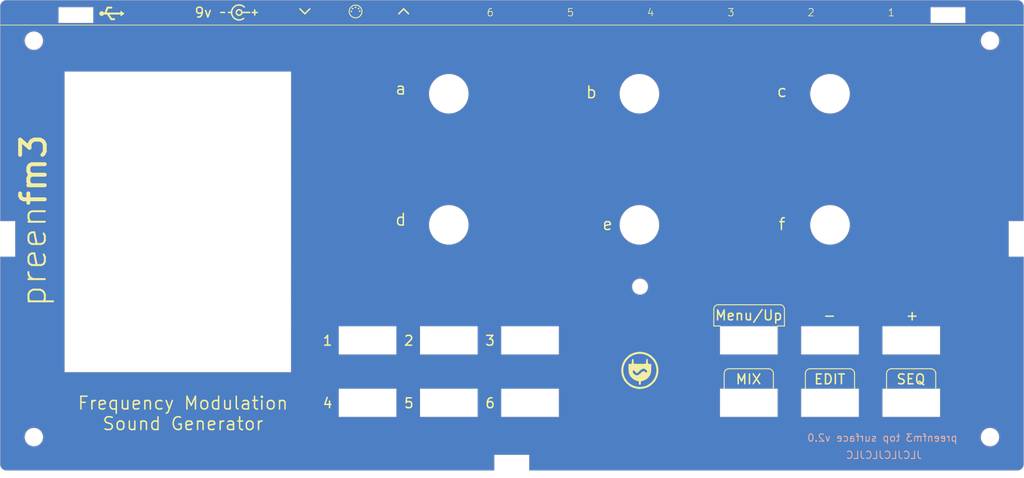
<source format=kicad_pcb>
(kicad_pcb (version 20171130) (host pcbnew "(5.1.8)-1")

  (general
    (thickness 1.6)
    (drawings 129)
    (tracks 0)
    (zones 0)
    (modules 7)
    (nets 1)
  )

  (page A4)
  (title_block
    (title preenfm3)
    (date 2020-08-16)
    (rev "v1.2 / 176")
    (company "Xaiver Hosxe")
  )

  (layers
    (0 F.Cu signal)
    (31 B.Cu signal)
    (32 B.Adhes user)
    (33 F.Adhes user)
    (34 B.Paste user)
    (35 F.Paste user)
    (36 B.SilkS user)
    (37 F.SilkS user)
    (38 B.Mask user)
    (39 F.Mask user)
    (40 Dwgs.User user)
    (41 Cmts.User user)
    (42 Eco1.User user)
    (43 Eco2.User user)
    (44 Edge.Cuts user)
    (45 Margin user)
    (46 B.CrtYd user hide)
    (47 F.CrtYd user hide)
    (48 B.Fab user hide)
    (49 F.Fab user)
  )

  (setup
    (last_trace_width 0.2)
    (user_trace_width 0.2)
    (user_trace_width 0.3)
    (user_trace_width 0.5)
    (trace_clearance 0.15)
    (zone_clearance 0)
    (zone_45_only no)
    (trace_min 0.2)
    (via_size 0.8)
    (via_drill 0.4)
    (via_min_size 0.4)
    (via_min_drill 0.3)
    (user_via 0.8 0.4)
    (user_via 1 0.5)
    (user_via 1.2 0.6)
    (uvia_size 0.3)
    (uvia_drill 0.1)
    (uvias_allowed no)
    (uvia_min_size 0.2)
    (uvia_min_drill 0.1)
    (edge_width 0.05)
    (segment_width 0.2)
    (pcb_text_width 0.3)
    (pcb_text_size 1.5 1.5)
    (mod_edge_width 0.12)
    (mod_text_size 1 1)
    (mod_text_width 0.15)
    (pad_size 1.524 1.524)
    (pad_drill 0.762)
    (pad_to_mask_clearance 0.051)
    (solder_mask_min_width 0.25)
    (aux_axis_origin 0 0)
    (visible_elements 7FFFFFFF)
    (pcbplotparams
      (layerselection 0x010f0_ffffffff)
      (usegerberextensions false)
      (usegerberattributes false)
      (usegerberadvancedattributes false)
      (creategerberjobfile false)
      (excludeedgelayer true)
      (linewidth 0.150000)
      (plotframeref false)
      (viasonmask false)
      (mode 1)
      (useauxorigin true)
      (hpglpennumber 1)
      (hpglpenspeed 20)
      (hpglpendiameter 15.000000)
      (psnegative false)
      (psa4output false)
      (plotreference true)
      (plotvalue true)
      (plotinvisibletext false)
      (padsonsilk false)
      (subtractmaskfromsilk false)
      (outputformat 1)
      (mirror false)
      (drillshape 0)
      (scaleselection 1)
      (outputdirectory "TS_gerber_v2.0/"))
  )

  (net 0 "")

  (net_class Default "This is the default net class."
    (clearance 0.15)
    (trace_width 0.2)
    (via_dia 0.8)
    (via_drill 0.4)
    (uvia_dia 0.3)
    (uvia_drill 0.1)
  )

  (net_class POWER ""
    (clearance 0.15)
    (trace_width 0.5)
    (via_dia 1.2)
    (via_drill 0.6)
    (uvia_dia 0.3)
    (uvia_drill 0.1)
  )

  (module A_PFM3:ControlBoard_To_TS_2 (layer F.Cu) (tedit 6383CD19) (tstamp 6378770D)
    (at 109.474 121.92)
    (path /5EEB6021)
    (fp_text reference CB1 (at 6 3) (layer F.SilkS) hide
      (effects (font (size 1 1) (thickness 0.15)))
    )
    (fp_text value pfm3ControlBoard (at 16 3 180) (layer F.SilkS) hide
      (effects (font (size 1 1) (thickness 0.15)))
    )
    (fp_arc (start 80.391 -26.035) (end 80.391 -26.924) (angle -90) (layer F.SilkS) (width 0.2))
    (fp_arc (start 92.964 -26.035) (end 93.853 -26.035) (angle -90) (layer F.SilkS) (width 0.2))
    (fp_text user 3 (at 34.036 -19.6215) (layer F.SilkS)
      (effects (font (size 2 2) (thickness 0.3)))
    )
    (fp_text user 6 (at 34.05 -6.9) (layer F.SilkS)
      (effects (font (size 2 2) (thickness 0.3)))
    )
    (fp_text user 5 (at 17.54 -6.9) (layer F.SilkS)
      (effects (font (size 2 2) (thickness 0.3)))
    )
    (fp_text user 2 (at 17.526 -19.6215) (layer F.SilkS)
      (effects (font (size 2 2) (thickness 0.3)))
    )
    (fp_text user 1 (at 1.016 -19.6215) (layer F.SilkS)
      (effects (font (size 2 2) (thickness 0.3)))
    )
    (fp_text user + (at 119.816 -24.745 180) (layer F.SilkS)
      (effects (font (size 2 2) (thickness 0.3)))
    )
    (fp_text user d (at 15.891 -44.231) (layer F.SilkS)
      (effects (font (size 2.4 2.4) (thickness 0.3)))
    )
    (fp_text user f (at 93.361 -43.327) (layer F.SilkS)
      (effects (font (size 2.4 2.4) (thickness 0.3)))
    )
    (fp_text user e (at 57.912 -43.327) (layer F.SilkS)
      (effects (font (size 2.4 2.4) (thickness 0.3)))
    )
    (fp_text user c (at 93.361 -70.393) (layer F.SilkS)
      (effects (font (size 2.4 2.4) (thickness 0.3)))
    )
    (fp_text user b (at 54.626 -70.139) (layer F.SilkS)
      (effects (font (size 2.4 2.4) (thickness 0.3)))
    )
    (fp_text user a (at 15.891 -70.901) (layer F.SilkS)
      (effects (font (size 2.4 2.4) (thickness 0.3)))
    )
    (fp_text user 4 (at 1.03 -6.9) (layer F.SilkS)
      (effects (font (size 2 2) (thickness 0.3)))
    )
    (fp_text user - (at 103.016 -24.745 180) (layer F.SilkS)
      (effects (font (size 2 2) (thickness 0.3)))
    )
    (fp_arc (start 123.611 -12.9095) (end 124.611 -12.9095) (angle -90) (layer F.SilkS) (width 0.2))
    (fp_arc (start 115.611 -12.9095) (end 115.611 -13.9095) (angle -90) (layer F.SilkS) (width 0.2))
    (fp_text user SEQ (at 119.561 -11.7595) (layer F.SilkS)
      (effects (font (size 2 2) (thickness 0.3)))
    )
    (fp_arc (start 99.111 -12.9095) (end 99.111 -13.9095) (angle -90) (layer F.SilkS) (width 0.2))
    (fp_arc (start 107.111 -12.9095) (end 108.111 -12.9095) (angle -90) (layer F.SilkS) (width 0.2))
    (fp_text user EDIT (at 103.061 -11.7595) (layer F.SilkS)
      (effects (font (size 2 2) (thickness 0.3)))
    )
    (fp_arc (start 90.611 -12.9095) (end 91.611 -12.9095) (angle -90) (layer F.SilkS) (width 0.2))
    (fp_arc (start 82.611 -12.9095) (end 82.611 -13.9095) (angle -90) (layer F.SilkS) (width 0.2))
    (fp_text user MIX (at 86.561 -11.7595) (layer F.SilkS)
      (effects (font (size 2 2) (thickness 0.3)))
    )
    (fp_text user Menu/Up (at 86.614 -24.765) (layer F.SilkS)
      (effects (font (size 2 2) (thickness 0.3)))
    )
    (fp_line (start 79.502 -22.606) (end 80.772 -22.606) (layer F.SilkS) (width 0.2))
    (fp_line (start 79.502 -26.035) (end 79.502 -22.606) (layer F.SilkS) (width 0.2))
    (fp_line (start 92.964 -26.924) (end 80.391 -26.924) (layer F.SilkS) (width 0.2))
    (fp_line (start 93.853 -22.606) (end 93.853 -26.035) (layer F.SilkS) (width 0.2))
    (fp_line (start 92.456 -22.606) (end 93.853 -22.606) (layer F.SilkS) (width 0.2))
    (fp_line (start 113.792 -22.5425) (end 125.474 -22.5425) (layer F.Fab) (width 0.12))
    (fp_line (start 125.476 -22.5425) (end 125.476 -16.8275) (layer F.Fab) (width 0.12))
    (fp_line (start 119.507 -19.685) (end 119.761 -19.685) (layer F.Fab) (width 0.12))
    (fp_line (start 119.634 -19.812) (end 119.634 -19.558) (layer F.Fab) (width 0.12))
    (fp_line (start 113.792 -16.8275) (end 113.792 -22.5425) (layer F.Fab) (width 0.12))
    (fp_line (start 125.476 -16.8275) (end 113.792 -16.8275) (layer F.Fab) (width 0.12))
    (fp_line (start 108.966 -22.5425) (end 108.966 -16.8275) (layer F.Fab) (width 0.12))
    (fp_line (start 102.997 -19.685) (end 103.251 -19.685) (layer F.Fab) (width 0.12))
    (fp_line (start 97.282 -22.5425) (end 108.964 -22.5425) (layer F.Fab) (width 0.12))
    (fp_line (start 97.282 -16.8275) (end 97.282 -22.5425) (layer F.Fab) (width 0.12))
    (fp_line (start 108.966 -16.8275) (end 97.282 -16.8275) (layer F.Fab) (width 0.12))
    (fp_line (start 103.124 -19.812) (end 103.124 -19.558) (layer F.Fab) (width 0.12))
    (fp_line (start 86.614 -7.112) (end 86.614 -6.858) (layer F.Fab) (width 0.12))
    (fp_line (start 86.487 -6.985) (end 86.741 -6.985) (layer F.Fab) (width 0.12))
    (fp_line (start 80.772 -4.1275) (end 80.772 -9.8425) (layer F.Fab) (width 0.12))
    (fp_line (start 80.772 -9.8425) (end 92.454 -9.8425) (layer F.Fab) (width 0.12))
    (fp_line (start 92.456 -4.1275) (end 80.772 -4.1275) (layer F.Fab) (width 0.12))
    (fp_line (start 92.456 -9.8425) (end 92.456 -4.1275) (layer F.Fab) (width 0.12))
    (fp_line (start 97.282 -4.1275) (end 97.282 -9.8425) (layer F.Fab) (width 0.12))
    (fp_line (start 108.966 -4.1275) (end 97.282 -4.1275) (layer F.Fab) (width 0.12))
    (fp_line (start 102.997 -6.985) (end 103.251 -6.985) (layer F.Fab) (width 0.12))
    (fp_line (start 97.282 -9.8425) (end 108.966 -9.8425) (layer F.Fab) (width 0.12))
    (fp_line (start 108.966 -9.8425) (end 108.966 -4.1275) (layer F.Fab) (width 0.12))
    (fp_line (start 103.124 -7.112) (end 103.124 -6.858) (layer F.Fab) (width 0.12))
    (fp_line (start 119.634 -7.112) (end 119.634 -6.858) (layer F.Fab) (width 0.12))
    (fp_line (start 125.476 -4.1275) (end 113.792 -4.1275) (layer F.Fab) (width 0.12))
    (fp_line (start 119.507 -6.985) (end 119.761 -6.985) (layer F.Fab) (width 0.12))
    (fp_line (start 113.792 -9.8425) (end 125.476 -9.8425) (layer F.Fab) (width 0.12))
    (fp_line (start 113.792 -4.1275) (end 113.792 -9.8425) (layer F.Fab) (width 0.12))
    (fp_line (start 125.476 -9.8425) (end 125.476 -4.1275) (layer F.Fab) (width 0.12))
    (fp_line (start 86.614 -19.812) (end 86.614 -19.558) (layer F.Fab) (width 0.12))
    (fp_line (start 86.487 -19.685) (end 86.741 -19.685) (layer F.Fab) (width 0.12))
    (fp_line (start 80.772 -16.8275) (end 80.772 -22.5425) (layer F.Fab) (width 0.12))
    (fp_line (start 80.772 -22.5425) (end 92.456 -22.5425) (layer F.Fab) (width 0.12))
    (fp_line (start 92.456 -16.8275) (end 80.772 -16.8275) (layer F.Fab) (width 0.12))
    (fp_line (start 92.456 -22.5425) (end 92.456 -16.8275) (layer F.Fab) (width 0.12))
    (fp_line (start 36.322 -4.1275) (end 36.322 -9.8425) (layer F.Fab) (width 0.12))
    (fp_line (start 48.006 -4.1275) (end 36.322 -4.1275) (layer F.Fab) (width 0.12))
    (fp_line (start 42.037 -19.685) (end 42.291 -19.685) (layer F.Fab) (width 0.12))
    (fp_line (start 42.037 -6.985) (end 42.291 -6.985) (layer F.Fab) (width 0.12))
    (fp_line (start 36.322 -9.8425) (end 48.006 -9.8425) (layer F.Fab) (width 0.12))
    (fp_line (start 48.006 -9.8425) (end 48.006 -4.1275) (layer F.Fab) (width 0.12))
    (fp_line (start 42.164 -19.812) (end 42.164 -19.558) (layer F.Fab) (width 0.12))
    (fp_line (start 48.006 -16.8275) (end 36.322 -16.8275) (layer F.Fab) (width 0.12))
    (fp_line (start 36.322 -22.5425) (end 48.006 -22.5425) (layer F.Fab) (width 0.12))
    (fp_line (start 36.322 -16.8275) (end 36.322 -22.5425) (layer F.Fab) (width 0.12))
    (fp_line (start 48.006 -22.5425) (end 48.008 -16.8275) (layer F.Fab) (width 0.12))
    (fp_line (start 42.164 -7.112) (end 42.164 -6.858) (layer F.Fab) (width 0.12))
    (fp_line (start 25.654 -19.812) (end 25.654 -19.558) (layer F.Fab) (width 0.12))
    (fp_line (start 31.496 -16.8275) (end 19.812 -16.8275) (layer F.Fab) (width 0.12))
    (fp_line (start 19.812 -22.5425) (end 31.496 -22.5425) (layer F.Fab) (width 0.12))
    (fp_line (start 25.654 -7.112) (end 25.654 -6.858) (layer F.Fab) (width 0.12))
    (fp_line (start 25.527 -6.985) (end 25.781 -6.985) (layer F.Fab) (width 0.12))
    (fp_line (start 19.812 -16.8275) (end 19.812 -22.5425) (layer F.Fab) (width 0.12))
    (fp_line (start 31.496 -22.5425) (end 31.496 -16.8275) (layer F.Fab) (width 0.12))
    (fp_line (start 25.527 -19.685) (end 25.781 -19.685) (layer F.Fab) (width 0.12))
    (fp_line (start 19.812 -4.1275) (end 19.812 -9.8425) (layer F.Fab) (width 0.12))
    (fp_line (start 19.812 -9.8425) (end 31.496 -9.8425) (layer F.Fab) (width 0.12))
    (fp_line (start 31.496 -4.1275) (end 19.812 -4.1275) (layer F.Fab) (width 0.12))
    (fp_line (start 31.496 -9.8425) (end 31.496 -4.1275) (layer F.Fab) (width 0.12))
    (fp_line (start 9.017 -19.685) (end 9.271 -19.685) (layer F.Fab) (width 0.12))
    (fp_line (start 9.144 -19.812) (end 9.144 -19.558) (layer F.Fab) (width 0.12))
    (fp_line (start 14.986 -22.5425) (end 14.986 -16.8275) (layer F.Fab) (width 0.12))
    (fp_line (start 3.302 -16.8275) (end 3.302 -22.5425) (layer F.Fab) (width 0.12))
    (fp_line (start 14.986 -16.8275) (end 3.302 -16.8275) (layer F.Fab) (width 0.12))
    (fp_line (start 3.302 -22.5425) (end 14.986 -22.5425) (layer F.Fab) (width 0.12))
    (fp_line (start 9.017 -6.985) (end 9.271 -6.985) (layer F.Fab) (width 0.12))
    (fp_line (start 9.144 -7.112) (end 9.144 -6.858) (layer F.Fab) (width 0.12))
    (fp_circle (center 103.124 -43.18) (end 107.124 -43.18) (layer F.Fab) (width 0.12))
    (fp_circle (center 103.124 -69.85) (end 107.124 -69.85) (layer F.Fab) (width 0.12))
    (fp_circle (center 64.389 -69.85) (end 68.389 -69.85) (layer F.Fab) (width 0.12))
    (fp_circle (center 64.389 -43.18) (end 68.389 -43.18) (layer F.Fab) (width 0.12))
    (fp_circle (center 25.654 -69.85) (end 29.654 -69.85) (layer F.Fab) (width 0.12))
    (fp_circle (center 25.654 -43.18) (end 29.654 -43.18) (layer F.Fab) (width 0.12))
    (fp_line (start 114.611 -9.9095) (end 114.611 -12.9095) (layer F.SilkS) (width 0.2))
    (fp_line (start 124.611 -12.9095) (end 124.611 -9.9095) (layer F.SilkS) (width 0.2))
    (fp_line (start 115.611 -13.9095) (end 123.611 -13.9095) (layer F.SilkS) (width 0.2))
    (fp_line (start 98.111 -9.9095) (end 98.111 -12.9095) (layer F.SilkS) (width 0.2))
    (fp_line (start 99.111 -13.9095) (end 107.111 -13.9095) (layer F.SilkS) (width 0.2))
    (fp_line (start 108.111 -12.9095) (end 108.111 -9.9095) (layer F.SilkS) (width 0.2))
    (fp_line (start 91.611 -12.9095) (end 91.611 -9.9095) (layer F.SilkS) (width 0.2))
    (fp_line (start 82.611 -13.9095) (end 90.611 -13.9095) (layer F.SilkS) (width 0.2))
    (fp_line (start 81.611 -9.9095) (end 81.611 -12.9095) (layer F.SilkS) (width 0.2))
    (fp_line (start 0 -1.905) (end 0 1.905) (layer F.Fab) (width 0.12))
    (fp_line (start -1.905 0) (end 1.905 0) (layer F.Fab) (width 0.12))
    (fp_line (start 3.302 -4.1275) (end 3.302 -9.8425) (layer F.Fab) (width 0.12))
    (fp_line (start 3.302 -9.8425) (end 14.984 -9.8425) (layer F.Fab) (width 0.12))
    (fp_line (start 14.984 -9.8425) (end 14.986 -4.1275) (layer F.Fab) (width 0.12))
    (fp_line (start 14.986 -4.1275) (end 3.302 -4.1275) (layer F.Fab) (width 0.12))
    (pad "" thru_hole circle (at 64.516 -30.607) (size 3 3) (drill 3) (layers *.Cu *.Mask))
  )

  (module A_PFM3:pfm_logo (layer F.Cu) (tedit 0) (tstamp 63787276)
    (at 174.0535 108.3945)
    (path /5ECBBE9E)
    (fp_text reference L1 (at 0 0) (layer F.SilkS) hide
      (effects (font (size 1.524 1.524) (thickness 0.3)))
    )
    (fp_text value Logo (at 0.75 0) (layer F.SilkS) hide
      (effects (font (size 1.524 1.524) (thickness 0.3)))
    )
    (fp_poly (pts (xy -1.43539 -2.326008) (xy -1.389395 -2.173047) (xy -1.37185 -1.9246) (xy -1.3716 -1.88354)
      (xy -1.363453 -1.663542) (xy -1.340891 -1.505153) (xy -1.310641 -1.432561) (xy -1.25387 -1.41074)
      (xy -1.127731 -1.39413) (xy -0.924837 -1.382356) (xy -0.6378 -1.375046) (xy -0.259233 -1.371829)
      (xy -0.1016 -1.371601) (xy 0.3112 -1.373456) (xy 0.629852 -1.379272) (xy 0.861741 -1.38942)
      (xy 1.014255 -1.404273) (xy 1.094781 -1.424203) (xy 1.10744 -1.432561) (xy 1.140552 -1.517797)
      (xy 1.161782 -1.683379) (xy 1.1684 -1.88354) (xy 1.182181 -2.145068) (xy 1.224263 -2.310822)
      (xy 1.295752 -2.382924) (xy 1.397754 -2.363493) (xy 1.413958 -2.353951) (xy 1.464172 -2.292257)
      (xy 1.494811 -2.171184) (xy 1.510733 -1.970649) (xy 1.51152 -1.950497) (xy 1.522051 -1.703178)
      (xy 1.539625 -1.539392) (xy 1.575861 -1.441179) (xy 1.642379 -1.390575) (xy 1.7508 -1.369619)
      (xy 1.892661 -1.361315) (xy 2.2098 -1.3462) (xy 2.206693 -0.5334) (xy 2.194661 -0.078361)
      (xy 2.158121 0.295716) (xy 2.090657 0.607843) (xy 1.985851 0.877035) (xy 1.837285 1.122306)
      (xy 1.638543 1.362668) (xy 1.528064 1.477264) (xy 1.247332 1.72517) (xy 0.958435 1.904634)
      (xy 0.623399 2.037199) (xy 0.4572 2.084753) (xy 0.127 2.171269) (xy 0.1014 2.469934)
      (xy 0.075517 2.684514) (xy 0.037246 2.815209) (xy -0.021827 2.879656) (xy -0.1016 2.8956)
      (xy -0.202906 2.865051) (xy -0.238103 2.8321) (xy -0.264421 2.749425) (xy -0.289934 2.60175)
      (xy -0.304601 2.469352) (xy -0.3302 2.170105) (xy -0.6096 2.098899) (xy -1.037066 1.956271)
      (xy -1.398064 1.757986) (xy -1.719053 1.489467) (xy -1.723172 1.485356) (xy -1.949416 1.239201)
      (xy -2.122031 0.998423) (xy -2.247536 0.743866) (xy -2.332447 0.456372) (xy -2.368238 0.217266)
      (xy -1.567701 0.217266) (xy -1.508241 0.387468) (xy -1.371268 0.580985) (xy -1.261635 0.695703)
      (xy -1.055099 0.861789) (xy -0.855937 0.94385) (xy -0.632766 0.951779) (xy -0.510125 0.932604)
      (xy -0.372961 0.87003) (xy -0.178061 0.726213) (xy 0.072941 0.502358) (xy 0.074583 0.500804)
      (xy 0.295153 0.300533) (xy 0.465604 0.172111) (xy 0.602607 0.110827) (xy 0.722831 0.111968)
      (xy 0.842946 0.17082) (xy 0.947561 0.254) (xy 1.093669 0.365943) (xy 1.200074 0.401615)
      (xy 1.287683 0.366281) (xy 1.31064 0.345439) (xy 1.370824 0.220334) (xy 1.348406 0.066516)
      (xy 1.248325 -0.093162) (xy 1.2065 -0.13634) (xy 0.980579 -0.311481) (xy 0.759973 -0.397812)
      (xy 0.535985 -0.393974) (xy 0.299922 -0.298606) (xy 0.04309 -0.11035) (xy -0.1524 0.076082)
      (xy -0.353405 0.267535) (xy -0.533657 0.410272) (xy -0.677105 0.492528) (xy -0.741607 0.508)
      (xy -0.790515 0.473218) (xy -0.888082 0.381078) (xy -1.015164 0.249887) (xy -1.044444 0.218402)
      (xy -1.181694 0.073357) (xy -1.273242 -0.007736) (xy -1.340497 -0.037205) (xy -1.40487 -0.027379)
      (xy -1.443315 -0.011288) (xy -1.546956 0.080855) (xy -1.567701 0.217266) (xy -2.368238 0.217266)
      (xy -2.38328 0.116783) (xy -2.406552 -0.294057) (xy -2.409894 -0.5334) (xy -2.413 -1.3462)
      (xy -2.095862 -1.361315) (xy -1.940153 -1.370975) (xy -1.836733 -1.394227) (xy -1.773981 -1.449033)
      (xy -1.740278 -1.553356) (xy -1.724003 -1.725158) (xy -1.714721 -1.950497) (xy -1.69977 -2.158284)
      (xy -1.670491 -2.284995) (xy -1.622028 -2.350716) (xy -1.617159 -2.353951) (xy -1.510943 -2.385602)
      (xy -1.43539 -2.326008)) (layer F.SilkS) (width 0.01))
    (fp_poly (pts (xy 0.30976 -3.800753) (xy 0.735546 -3.727551) (xy 1.142356 -3.615524) (xy 1.496787 -3.472836)
      (xy 1.621869 -3.4058) (xy 1.76593 -3.323532) (xy 1.872798 -3.267458) (xy 1.913442 -3.251201)
      (xy 1.988794 -3.215539) (xy 2.115101 -3.119088) (xy 2.27656 -2.97765) (xy 2.457369 -2.807027)
      (xy 2.641727 -2.623021) (xy 2.813832 -2.441433) (xy 2.957881 -2.278066) (xy 3.058072 -2.148722)
      (xy 3.098605 -2.069202) (xy 3.0988 -2.065843) (xy 3.122667 -2.009735) (xy 3.184594 -1.894052)
      (xy 3.253399 -1.77427) (xy 3.406522 -1.45176) (xy 3.532407 -1.062859) (xy 3.622891 -0.640967)
      (xy 3.669813 -0.219488) (xy 3.674566 -0.0508) (xy 3.648352 0.36056) (xy 3.57515 0.786346)
      (xy 3.463123 1.193156) (xy 3.320435 1.547587) (xy 3.253399 1.672669) (xy 3.171131 1.81673)
      (xy 3.115057 1.923598) (xy 3.0988 1.964242) (xy 3.063138 2.039594) (xy 2.966687 2.165901)
      (xy 2.825249 2.32736) (xy 2.654626 2.508169) (xy 2.47062 2.692527) (xy 2.289032 2.864632)
      (xy 2.125665 3.008681) (xy 1.996321 3.108872) (xy 1.916801 3.149405) (xy 1.913442 3.1496)
      (xy 1.857334 3.173467) (xy 1.741651 3.235394) (xy 1.621869 3.304199) (xy 1.268926 3.469695)
      (xy 0.832479 3.602226) (xy 0.326286 3.698201) (xy -0.0508 3.740756) (xy -0.224989 3.750264)
      (xy -0.356544 3.747715) (xy -0.414374 3.734813) (xy -0.479791 3.708694) (xy -0.611955 3.678008)
      (xy -0.719174 3.659351) (xy -1.207162 3.555909) (xy -1.62396 3.407607) (xy -1.82507 3.304199)
      (xy -1.969131 3.221931) (xy -2.075999 3.165857) (xy -2.116643 3.1496) (xy -2.191995 3.113938)
      (xy -2.318302 3.017487) (xy -2.479761 2.876049) (xy -2.66057 2.705426) (xy -2.844928 2.52142)
      (xy -3.017033 2.339832) (xy -3.161082 2.176465) (xy -3.261273 2.047121) (xy -3.301806 1.967601)
      (xy -3.302 1.964242) (xy -3.325868 1.908134) (xy -3.387795 1.792451) (xy -3.4566 1.672669)
      (xy -3.609723 1.350159) (xy -3.735608 0.961258) (xy -3.826092 0.539366) (xy -3.873014 0.117887)
      (xy -3.875175 0.04116) (xy -3.476157 0.04116) (xy -3.413341 0.603736) (xy -3.25571 1.151355)
      (xy -3.095715 1.506049) (xy -2.780352 2.007263) (xy -2.400004 2.43052) (xy -1.955629 2.775159)
      (xy -1.448182 3.040516) (xy -0.878621 3.225929) (xy -0.508 3.298447) (xy -0.329085 3.324893)
      (xy -0.196681 3.339013) (xy -0.078536 3.340091) (xy 0.057598 3.327407) (xy 0.243973 3.300243)
      (xy 0.381 3.278645) (xy 0.665569 3.230948) (xy 0.880438 3.185536) (xy 1.056759 3.132392)
      (xy 1.225682 3.061502) (xy 1.418361 2.962848) (xy 1.497709 2.919615) (xy 1.982246 2.605468)
      (xy 2.38651 2.236093) (xy 2.722015 1.799819) (xy 2.892514 1.506049) (xy 3.114143 0.975797)
      (xy 3.240957 0.421906) (xy 3.272956 -0.142761) (xy 3.21014 -0.705337) (xy 3.052509 -1.252956)
      (xy 2.892514 -1.60765) (xy 2.599199 -2.080345) (xy 2.248179 -2.479363) (xy 1.825828 -2.81835)
      (xy 1.468385 -3.033733) (xy 0.944237 -3.259339) (xy 0.395647 -3.390474) (xy -0.164439 -3.427139)
      (xy -0.723077 -3.369332) (xy -1.267321 -3.217055) (xy -1.671586 -3.033733) (xy -2.153988 -2.729646)
      (xy -2.555209 -2.375392) (xy -2.888874 -1.957325) (xy -3.095715 -1.60765) (xy -3.317344 -1.077398)
      (xy -3.444158 -0.523507) (xy -3.476157 0.04116) (xy -3.875175 0.04116) (xy -3.877767 -0.0508)
      (xy -3.851553 -0.462161) (xy -3.778351 -0.887947) (xy -3.666324 -1.294757) (xy -3.523636 -1.649188)
      (xy -3.4566 -1.77427) (xy -3.374332 -1.918331) (xy -3.318258 -2.025199) (xy -3.302 -2.065843)
      (xy -3.266339 -2.141195) (xy -3.169888 -2.267502) (xy -3.02845 -2.428961) (xy -2.857827 -2.60977)
      (xy -2.673821 -2.794128) (xy -2.492233 -2.966233) (xy -2.328866 -3.110282) (xy -2.199522 -3.210473)
      (xy -2.120002 -3.251006) (xy -2.116643 -3.251201) (xy -2.060535 -3.275068) (xy -1.944852 -3.336995)
      (xy -1.82507 -3.4058) (xy -1.50256 -3.558923) (xy -1.113659 -3.684808) (xy -0.691767 -3.775292)
      (xy -0.270288 -3.822214) (xy -0.1016 -3.826967) (xy 0.30976 -3.800753)) (layer F.SilkS) (width 0.01))
  )

  (module A_PFM3:FMHole3.5mm (layer F.Cu) (tedit 604E4C4A) (tstamp 5DE2762E)
    (at 50.8 121.92)
    (path /5D1437FC)
    (fp_text reference H2 (at 0 -1.27) (layer F.SilkS) hide
      (effects (font (size 0.50038 0.50038) (thickness 0.0508)))
    )
    (fp_text value MountingHole (at 0 1.27) (layer F.SilkS) hide
      (effects (font (size 0.50038 0.50038) (thickness 0.0508)))
    )
    (pad "" thru_hole circle (at 0 0) (size 3.5 3.5) (drill 3.5) (layers *.Cu *.Mask))
  )

  (module A_PFM3:FMHole3.5mm (layer F.Cu) (tedit 604E4C4A) (tstamp 5DE26656)
    (at 50.8 41.275)
    (path /5D1417A7)
    (fp_text reference H1 (at 0 -1.27) (layer F.SilkS) hide
      (effects (font (size 0.50038 0.50038) (thickness 0.0508)))
    )
    (fp_text value MountingHole (at 0 1.27) (layer F.SilkS) hide
      (effects (font (size 0.50038 0.50038) (thickness 0.0508)))
    )
    (pad "" thru_hole circle (at 0 0) (size 3.5 3.5) (drill 3.5) (layers *.Cu *.Mask))
  )

  (module A_PFM3:FMHole3.5mm (layer F.Cu) (tedit 604E4C4A) (tstamp 5EBFE698)
    (at 245.11 41.275)
    (path /5ED04A22)
    (fp_text reference H3 (at 0 -1.27) (layer F.SilkS) hide
      (effects (font (size 0.50038 0.50038) (thickness 0.0508)))
    )
    (fp_text value MountingHole (at 0 1.27) (layer F.SilkS) hide
      (effects (font (size 0.50038 0.50038) (thickness 0.0508)))
    )
    (pad "" thru_hole circle (at 0 0) (size 3.5 3.5) (drill 3.5) (layers *.Cu *.Mask))
  )

  (module A_PFM3:FMHole3.5mm (layer F.Cu) (tedit 604E4C4A) (tstamp 5EBFE69D)
    (at 245.11 121.92)
    (path /5ED04A2C)
    (fp_text reference H4 (at 0 -1.27) (layer F.SilkS) hide
      (effects (font (size 0.50038 0.50038) (thickness 0.0508)))
    )
    (fp_text value MountingHole (at 0 1.27) (layer F.SilkS) hide
      (effects (font (size 0.50038 0.50038) (thickness 0.0508)))
    )
    (pad "" thru_hole circle (at 0 0) (size 3.5 3.5) (drill 3.5) (layers *.Cu *.Mask))
  )

  (module A_PFM3:TFT_Ili_9341_TS locked (layer F.Cu) (tedit 604E333D) (tstamp 5EEE6A58)
    (at 58.039 118.237)
    (path /5E4A25E7)
    (fp_text reference J13 (at 25.4 -10.16) (layer F.SilkS) hide
      (effects (font (size 1 1) (thickness 0.15)))
    )
    (fp_text value "TFT / SD" (at 9.398 -7.112) (layer F.Fab)
      (effects (font (size 1 1) (thickness 0.15)))
    )
    (fp_line (start -1.27 0) (end 1.27 0) (layer F.Fab) (width 0.12))
    (fp_line (start 0 1.27) (end 0 -1.27) (layer F.Fab) (width 0.12))
    (fp_line (start -3 6.9) (end -3 -3.5) (layer F.Fab) (width 0.12))
    (fp_line (start -3 -3.5) (end 47 -3.5) (layer F.Fab) (width 0.12))
    (fp_line (start 47 -3.5) (end 47 6.9) (layer F.Fab) (width 0.12))
    (fp_line (start 47 6.9) (end -3 6.9) (layer F.Fab) (width 0.12))
    (fp_line (start -3 -3.5) (end -3 -72.7) (layer F.Fab) (width 0.12))
    (fp_line (start -3 -72.7) (end 47 -72.7) (layer F.Fab) (width 0.12))
    (fp_line (start 47 -72.7) (end 47 -3.5) (layer F.Fab) (width 0.12))
    (fp_line (start -3 -72.7) (end -3 -79.1) (layer F.Fab) (width 0.12))
    (fp_line (start -3 -79.1) (end 46.9 -79.1) (layer F.Fab) (width 0.12))
    (fp_line (start 46.9 -79.1) (end 47 -79.1) (layer F.Fab) (width 0.12))
    (fp_line (start 47 -79.1) (end 47 -72.7) (layer F.Fab) (width 0.12))
    (model ${KICAD_USER_TEMPLATE_DIR}/ILI9341_28.stp
      (offset (xyz -15.8 -15.9 37))
      (scale (xyz 1 1 1))
      (rotate (xyz 0 0 0))
    )
  )

  (gr_text 9v (at 85.21 35.54) (layer F.SilkS)
    (effects (font (size 2 2) (thickness 0.3)))
  )
  (gr_line (start 248.285 125.095) (end 47.625 125.095) (layer F.Fab) (width 0.15) (tstamp 605FCF76))
  (gr_line (start 248.285 38.1) (end 248.285 125.095) (layer F.Fab) (width 0.15))
  (gr_line (start 47.625 38.1) (end 248.285 38.1) (layer F.Fab) (width 0.15))
  (gr_line (start 47.625 125.095) (end 47.625 38.1) (layer F.Fab) (width 0.15))
  (gr_line (start 66.548 36.8935) (end 67.1195 36.8935) (layer F.SilkS) (width 0.4))
  (gr_line (start 65.786 35.7505) (end 66.548 36.8935) (layer F.SilkS) (width 0.4))
  (gr_line (start 65.786 34.544) (end 66.548 34.544) (layer F.SilkS) (width 0.4) (tstamp 605FA983))
  (gr_line (start 65.3415 35.6235) (end 65.786 34.544) (layer F.SilkS) (width 0.4))
  (gr_poly (pts (xy 69.1515 35.7505) (xy 68.453 36.2585) (xy 68.453 35.2425)) (layer F.SilkS) (width 0.1))
  (gr_line (start 64.5795 35.7505) (end 68.3895 35.7505) (layer F.SilkS) (width 0.4))
  (gr_circle (center 64.5795 35.7505) (end 64.863481 35.7505) (layer F.SilkS) (width 0.4))
  (gr_line (start 218.44 99.3775) (end 218.44 105.0925) (layer Edge.Cuts) (width 0.05) (tstamp 605FA915))
  (gr_line (start 206.756 99.3775) (end 218.44 99.3775) (layer Edge.Cuts) (width 0.05) (tstamp 605FA914))
  (gr_line (start 206.756 105.0925) (end 206.756 99.3775) (layer Edge.Cuts) (width 0.05) (tstamp 605FA913))
  (gr_line (start 218.44 105.0925) (end 206.756 105.0925) (layer Edge.Cuts) (width 0.05) (tstamp 605FA912))
  (gr_line (start 223.266 99.3775) (end 234.95 99.3775) (layer Edge.Cuts) (width 0.05) (tstamp 605FA90D))
  (gr_line (start 223.266 105.0925) (end 223.266 99.3775) (layer Edge.Cuts) (width 0.05) (tstamp 605FA90C))
  (gr_line (start 234.95 105.0925) (end 223.266 105.0925) (layer Edge.Cuts) (width 0.05) (tstamp 605FA90B))
  (gr_line (start 234.95 99.3775) (end 234.95 105.0925) (layer Edge.Cuts) (width 0.05) (tstamp 605FA90A))
  (gr_line (start 234.95 117.7925) (end 223.266 117.7925) (layer Edge.Cuts) (width 0.05) (tstamp 605FA13B))
  (gr_line (start 223.266 112.0775) (end 234.95 112.0775) (layer Edge.Cuts) (width 0.05) (tstamp 605FA13A))
  (gr_line (start 234.95 112.0775) (end 234.95 117.7925) (layer Edge.Cuts) (width 0.05) (tstamp 605FA139))
  (gr_line (start 223.266 117.7925) (end 223.266 112.0775) (layer Edge.Cuts) (width 0.05) (tstamp 605FA138))
  (gr_line (start 218.44 112.0775) (end 218.44 117.7925) (layer Edge.Cuts) (width 0.05) (tstamp 605FA133))
  (gr_line (start 218.44 117.7925) (end 206.756 117.7925) (layer Edge.Cuts) (width 0.05) (tstamp 605FA132))
  (gr_line (start 206.756 112.0775) (end 218.44 112.0775) (layer Edge.Cuts) (width 0.05) (tstamp 605FA131))
  (gr_line (start 206.756 117.7925) (end 206.756 112.0775) (layer Edge.Cuts) (width 0.05) (tstamp 605FA130))
  (gr_line (start 201.93 112.0775) (end 201.93 117.7925) (layer Edge.Cuts) (width 0.05) (tstamp 605FA12B))
  (gr_line (start 201.93 117.7925) (end 190.246 117.7925) (layer Edge.Cuts) (width 0.05) (tstamp 605FA12A))
  (gr_line (start 190.246 112.0775) (end 201.93 112.0775) (layer Edge.Cuts) (width 0.05) (tstamp 605FA129))
  (gr_line (start 190.246 117.7925) (end 190.246 112.0775) (layer Edge.Cuts) (width 0.05) (tstamp 605FA128))
  (gr_line (start 145.796 99.3775) (end 157.48 99.3775) (layer Edge.Cuts) (width 0.05) (tstamp 605FA123))
  (gr_line (start 145.796 105.0925) (end 145.796 99.3775) (layer Edge.Cuts) (width 0.05) (tstamp 605FA122))
  (gr_line (start 157.48 99.3775) (end 157.48 105.0925) (layer Edge.Cuts) (width 0.05) (tstamp 605FA121))
  (gr_line (start 157.48 105.0925) (end 145.796 105.0925) (layer Edge.Cuts) (width 0.05) (tstamp 605FA120))
  (gr_line (start 145.796 112.0775) (end 157.48 112.0775) (layer Edge.Cuts) (width 0.05) (tstamp 605FA11B))
  (gr_line (start 145.796 117.7925) (end 145.796 112.0775) (layer Edge.Cuts) (width 0.05) (tstamp 605FA11A))
  (gr_line (start 157.48 112.0775) (end 157.48 117.7925) (layer Edge.Cuts) (width 0.05) (tstamp 605FA119))
  (gr_line (start 157.48 117.7925) (end 145.796 117.7925) (layer Edge.Cuts) (width 0.05) (tstamp 605FA118))
  (gr_line (start 129.286 112.0775) (end 140.97 112.0775) (layer Edge.Cuts) (width 0.05) (tstamp 605FA113))
  (gr_line (start 129.286 117.7925) (end 129.286 112.0775) (layer Edge.Cuts) (width 0.05) (tstamp 605FA112))
  (gr_line (start 140.97 112.0775) (end 140.97 117.7925) (layer Edge.Cuts) (width 0.05) (tstamp 605FA111))
  (gr_line (start 140.97 117.7925) (end 129.286 117.7925) (layer Edge.Cuts) (width 0.05) (tstamp 605FA110))
  (gr_line (start 140.97 99.3775) (end 140.97 105.0925) (layer Edge.Cuts) (width 0.05) (tstamp 605FA10B))
  (gr_line (start 129.286 99.3775) (end 140.97 99.3775) (layer Edge.Cuts) (width 0.05) (tstamp 605FA10A))
  (gr_line (start 140.97 105.0925) (end 129.286 105.0925) (layer Edge.Cuts) (width 0.05) (tstamp 605FA109))
  (gr_line (start 129.286 105.0925) (end 129.286 99.3775) (layer Edge.Cuts) (width 0.05) (tstamp 605FA108))
  (gr_line (start 190.246 99.3775) (end 201.93 99.3775) (layer Edge.Cuts) (width 0.05) (tstamp 605FA103))
  (gr_line (start 201.93 99.3775) (end 201.93 105.0925) (layer Edge.Cuts) (width 0.05) (tstamp 605FA102))
  (gr_line (start 201.93 105.0925) (end 190.246 105.0925) (layer Edge.Cuts) (width 0.05) (tstamp 605FA101))
  (gr_line (start 190.246 105.0925) (end 190.246 99.3775) (layer Edge.Cuts) (width 0.05) (tstamp 605FA100))
  (gr_line (start 124.46 99.3775) (end 124.46 105.0925) (layer Edge.Cuts) (width 0.05) (tstamp 605FA0FB))
  (gr_line (start 124.46 105.0925) (end 112.776 105.0925) (layer Edge.Cuts) (width 0.05) (tstamp 605FA0FA))
  (gr_line (start 112.776 99.3775) (end 124.46 99.3775) (layer Edge.Cuts) (width 0.05) (tstamp 605FA0F9))
  (gr_line (start 112.776 105.0925) (end 112.776 99.3775) (layer Edge.Cuts) (width 0.05) (tstamp 605FA0F8))
  (gr_line (start 124.46 117.7925) (end 112.776 117.7925) (layer Edge.Cuts) (width 0.05) (tstamp 605FA0F3))
  (gr_line (start 124.46 112.0775) (end 124.46 117.7925) (layer Edge.Cuts) (width 0.05))
  (gr_line (start 112.776 112.0775) (end 124.46 112.0775) (layer Edge.Cuts) (width 0.05))
  (gr_line (start 112.776 117.7925) (end 112.776 112.0775) (layer Edge.Cuts) (width 0.05))
  (gr_line (start 144.399 125.5395) (end 144.399 128.7145) (layer Edge.Cuts) (width 0.05) (tstamp 605F58A8))
  (gr_line (start 151.4475 128.7145) (end 151.4475 125.5395) (layer Edge.Cuts) (width 0.05) (tstamp 605F58A7))
  (gr_line (start 151.4475 125.5395) (end 144.399 125.5395) (layer Edge.Cuts) (width 0.05) (tstamp 605F58A6))
  (gr_line (start 233.045 34.4805) (end 233.045 37.6555) (layer Edge.Cuts) (width 0.05) (tstamp 605F5824))
  (gr_line (start 240.0935 37.6555) (end 233.045 37.6555) (layer Edge.Cuts) (width 0.05) (tstamp 605F5811))
  (gr_line (start 240.0935 34.4805) (end 233.045 34.4805) (layer Edge.Cuts) (width 0.05) (tstamp 605F5810))
  (gr_line (start 240.0935 37.6555) (end 240.0935 34.4805) (layer Edge.Cuts) (width 0.05) (tstamp 605F580F))
  (gr_line (start 55.8165 34.4805) (end 55.8165 37.6555) (layer Edge.Cuts) (width 0.05) (tstamp 605F5876))
  (gr_line (start 62.865 37.6555) (end 62.865 34.4805) (layer Edge.Cuts) (width 0.05) (tstamp 605F587F))
  (gr_line (start 62.865 34.4805) (end 55.8165 34.4805) (layer Edge.Cuts) (width 0.05) (tstamp 605F587C))
  (gr_line (start 62.865 37.6555) (end 55.8165 37.6555) (layer Edge.Cuts) (width 0.05) (tstamp 605F5879))
  (gr_text fm3 (at 50.738 67.5865 90) (layer F.SilkS) (tstamp 604E92FA)
    (effects (font (size 5 5) (thickness 0.8)))
  )
  (gr_line (start 103.0605 47.5615) (end 57.05 47.5615) (layer Edge.Cuts) (width 0.05) (tstamp 605F79D0))
  (gr_text JLCJLCJLCJLC (at 223.5708 125.5776) (layer B.SilkS)
    (effects (font (size 1.5 1.5) (thickness 0.2)) (justify mirror))
  )
  (gr_text "preenfm3 top surface v2.0" (at 223.2406 122.0724) (layer B.SilkS)
    (effects (font (size 1.5 1.5) (thickness 0.2)) (justify mirror))
  )
  (gr_line (start 45.212 128.7145) (end 144.399 128.7145) (layer Edge.Cuts) (width 0.05) (tstamp 604E0898))
  (gr_line (start 151.4475 128.7145) (end 250.698 128.7145) (layer Edge.Cuts) (width 0.05) (tstamp 604E0895))
  (gr_line (start 250.698 33.02) (end 151.511 33.02) (layer Edge.Cuts) (width 0.05) (tstamp 604E082C))
  (gr_line (start 151.511 33.02) (end 45.212 33.02) (layer Edge.Cuts) (width 0.05) (tstamp 604E40CE))
  (gr_line (start 248.92 78) (end 251.968 78) (layer Edge.Cuts) (width 0.05) (tstamp 604EBB1D))
  (gr_line (start 251.968 85.1965) (end 248.92 85.1965) (layer Edge.Cuts) (width 0.05) (tstamp 604EBB1C))
  (gr_line (start 248.92 85.1965) (end 248.92 78) (layer Edge.Cuts) (width 0.05) (tstamp 604EBB1B))
  (gr_line (start 251.968 78) (end 251.968 34.29) (layer Edge.Cuts) (width 0.05) (tstamp 604EBB1A))
  (gr_line (start 251.968 127.4445) (end 251.968 85.1965) (layer Edge.Cuts) (width 0.05) (tstamp 604EBB19))
  (gr_line (start 46.99 85.2) (end 43.942 85.2) (layer Edge.Cuts) (width 0.05) (tstamp 604EBACE))
  (gr_line (start 46.99 77.9985) (end 46.99 85.2) (layer Edge.Cuts) (width 0.05))
  (gr_line (start 43.942 77.9985) (end 46.99 77.9985) (layer Edge.Cuts) (width 0.05))
  (gr_line (start 43.942 85.2) (end 43.942 127.4445) (layer Edge.Cuts) (width 0.05) (tstamp 604EBACC))
  (gr_line (start 43.9928 38.1) (end 251.968 38.1) (layer F.SilkS) (width 0.15))
  (gr_circle (center 135.128 78.74) (end 138.328 81.14) (layer Edge.Cuts) (width 0.05) (tstamp 604E90D0))
  (gr_circle (center 173.863 78.74) (end 177.063 81.14) (layer Edge.Cuts) (width 0.05) (tstamp 604E90CE))
  (gr_circle (center 212.598 78.74) (end 215.798 81.14) (layer Edge.Cuts) (width 0.05) (tstamp 604E90CC))
  (gr_circle (center 212.598 52.07) (end 215.798 54.47) (layer Edge.Cuts) (width 0.05) (tstamp 604EBA3C))
  (gr_circle (center 173.863 52.0705) (end 177.063 54.4705) (layer Edge.Cuts) (width 0.05) (tstamp 604EBA36))
  (gr_circle (center 135.128 52.0705) (end 138.328 54.4705) (layer Edge.Cuts) (width 0.05) (tstamp 604EBA39))
  (gr_line (start 126.9536 35.7984) (end 125.9536 34.7984) (layer F.SilkS) (width 0.3) (tstamp 604E0957))
  (gr_line (start 125.9536 34.7984) (end 124.9536 35.7984) (layer F.SilkS) (width 0.3) (tstamp 604E095A))
  (gr_circle (center 117.0305 35.2762) (end 117.1305 35.2762) (layer F.SilkS) (width 0.15) (tstamp 604E5230))
  (gr_circle (center 116.7765 34.7345) (end 116.8765 34.7345) (layer F.SilkS) (width 0.15) (tstamp 604E522E))
  (gr_circle (center 115.316 35.306) (end 115.416 35.306) (layer F.SilkS) (width 0.15) (tstamp 604E522B))
  (gr_circle (center 115.57 34.7345) (end 115.67 34.7345) (layer F.SilkS) (width 0.15) (tstamp 604E5229))
  (gr_circle (center 116.176 34.4805) (end 116.276 34.4805) (layer F.SilkS) (width 0.15))
  (gr_circle (center 116.176 35.3262) (end 117.475 35.306) (layer F.SilkS) (width 0.2))
  (gr_line (start 105.873 35.7984) (end 106.873 34.7984) (layer F.SilkS) (width 0.3) (tstamp 604E0943))
  (gr_line (start 104.873 34.7984) (end 105.873 35.7984) (layer F.SilkS) (width 0.3) (tstamp 604E0940))
  (gr_arc (start 92.5018 35.5306) (end 93.5515 34.4235) (angle -260.9) (layer F.SilkS) (width 0.3))
  (gr_arc (start 250.698 34.29) (end 251.968 34.29) (angle -90) (layer Edge.Cuts) (width 0.05) (tstamp 604E414D))
  (gr_arc (start 250.698 127.4445) (end 250.698 128.7145) (angle -90) (layer Edge.Cuts) (width 0.05) (tstamp 604E4138))
  (gr_arc (start 45.212 127.4445) (end 43.942 127.4445) (angle -90) (layer Edge.Cuts) (width 0.05) (tstamp 604E4120))
  (gr_arc (start 45.212 34.29) (end 45.212 33.02) (angle -90) (layer Edge.Cuts) (width 0.05))
  (gr_text "Frequency Modulation\nSound Generator" (at 81.1 117.1) (layer F.SilkS)
    (effects (font (size 2.6 2.6) (thickness 0.3)))
  )
  (gr_text preenfm3 (at 50.738 77.9865 90) (layer F.SilkS) (tstamp 605FBA19)
    (effects (font (size 5 5) (thickness 0.4)))
  )
  (gr_line (start 57.05 47.5615) (end 57.05 108.7) (layer Edge.Cuts) (width 0.05) (tstamp 604E3630))
  (gr_line (start 103.05 108.7) (end 103.0605 47.5615) (layer Edge.Cuts) (width 0.05))
  (gr_line (start 57.05 108.7) (end 103.05 108.7) (layer Edge.Cuts) (width 0.05))
  (gr_text "STM32 to led" (at 84.074 117.094) (layer B.Fab) (tstamp 5FCB66BF)
    (effects (font (size 1 1) (thickness 0.15)) (justify mirror))
  )
  (gr_circle (center 92.5018 35.5306) (end 93.06 35.5306) (layer F.SilkS) (width 0.3) (tstamp 5F1DCA54))
  (gr_line (start 93.1 35.5306) (end 94.6728 35.5306) (layer F.SilkS) (width 0.3) (tstamp 5F1DCA53))
  (gr_line (start 90.9698 35.5306) (end 90.35 35.53) (layer F.SilkS) (width 0.3) (tstamp 5F1DCA52))
  (gr_line (start 95.1768 35.5306) (end 96.1928 35.5306) (layer F.SilkS) (width 0.3) (tstamp 5F1DCA51))
  (gr_line (start 95.6848 36.0386) (end 95.6848 35.0226) (layer F.SilkS) (width 0.3) (tstamp 5F1DCA50))
  (gr_line (start 89.551 35.5306) (end 88.789 35.5306) (layer F.SilkS) (width 0.3) (tstamp 5F1DCA4F))
  (gr_text 6 (at 143.55 35.54) (layer F.SilkS) (tstamp 5ECBC840)
    (effects (font (size 1.5 1.5) (thickness 0.15)))
  )
  (gr_text 5 (at 159.85 35.54) (layer F.SilkS) (tstamp 5ECBC83D)
    (effects (font (size 1.5 1.5) (thickness 0.15)))
  )
  (gr_text 4 (at 176.15 35.54) (layer F.SilkS) (tstamp 5ECBC83A)
    (effects (font (size 1.5 1.5) (thickness 0.15)))
  )
  (gr_text 3 (at 192.45 35.54) (layer F.SilkS) (tstamp 5ECBC837)
    (effects (font (size 1.5 1.5) (thickness 0.15)))
  )
  (gr_text 2 (at 208.75 35.54) (layer F.SilkS) (tstamp 5ECBC834)
    (effects (font (size 1.5 1.5) (thickness 0.15)))
  )
  (gr_text 1 (at 225.05 35.54) (layer F.SilkS) (tstamp 5ECBC831)
    (effects (font (size 1.5 1.5) (thickness 0.15)))
  )
  (gr_line (start 43.942 34.29) (end 43.942 77.9985) (layer Edge.Cuts) (width 0.05) (tstamp 604E40E1))

  (zone (net 0) (net_name "") (layer F.Cu) (tstamp 60610F07) (hatch edge 0.508)
    (connect_pads (clearance 0))
    (min_thickness 0.1)
    (fill yes (arc_segments 32) (thermal_gap 0) (thermal_bridge_width 0.2))
    (polygon
      (pts
        (xy 251.968 130.302) (xy 43.942 130.302) (xy 43.942 33.02) (xy 251.968 33.02)
      )
    )
    (filled_polygon
      (pts
        (xy 250.930039 33.118111) (xy 251.153244 33.185501) (xy 251.359105 33.294959) (xy 251.539785 33.442319) (xy 251.6884 33.621963)
        (xy 251.799295 33.82706) (xy 251.868241 34.049786) (xy 251.892982 34.28519) (xy 251.893 34.290262) (xy 251.893001 34.290272)
        (xy 251.893 77.925) (xy 248.923675 77.925) (xy 248.92 77.924638) (xy 248.916325 77.925) (xy 248.905298 77.926086)
        (xy 248.89116 77.930375) (xy 248.878131 77.937339) (xy 248.866711 77.946711) (xy 248.857339 77.958131) (xy 248.850375 77.97116)
        (xy 248.846086 77.985298) (xy 248.844638 78) (xy 248.845001 78.003686) (xy 248.845 85.192824) (xy 248.844638 85.1965)
        (xy 248.846086 85.211202) (xy 248.850375 85.22534) (xy 248.857339 85.238369) (xy 248.866711 85.249789) (xy 248.878131 85.259161)
        (xy 248.89116 85.266125) (xy 248.905298 85.270414) (xy 248.92 85.271862) (xy 248.923675 85.2715) (xy 251.893001 85.2715)
        (xy 251.893 127.440832) (xy 251.869889 127.676539) (xy 251.802499 127.899744) (xy 251.693042 128.105603) (xy 251.545681 128.286285)
        (xy 251.366037 128.4349) (xy 251.16094 128.545795) (xy 250.938214 128.614741) (xy 250.702811 128.639482) (xy 250.697738 128.6395)
        (xy 151.5225 128.6395) (xy 151.5225 125.543176) (xy 151.522862 125.5395) (xy 151.521414 125.524798) (xy 151.517125 125.51066)
        (xy 151.510161 125.497631) (xy 151.500789 125.486211) (xy 151.489369 125.476839) (xy 151.47634 125.469875) (xy 151.462202 125.465586)
        (xy 151.451175 125.4645) (xy 151.4475 125.464138) (xy 151.443825 125.4645) (xy 144.402675 125.4645) (xy 144.399 125.464138)
        (xy 144.395325 125.4645) (xy 144.384298 125.465586) (xy 144.37016 125.469875) (xy 144.357131 125.476839) (xy 144.345711 125.486211)
        (xy 144.336339 125.497631) (xy 144.329375 125.51066) (xy 144.325086 125.524798) (xy 144.323638 125.5395) (xy 144.324 125.543176)
        (xy 144.324001 128.6395) (xy 45.215668 128.6395) (xy 44.979961 128.616389) (xy 44.756756 128.548999) (xy 44.550897 128.439542)
        (xy 44.370215 128.292181) (xy 44.2216 128.112537) (xy 44.110705 127.90744) (xy 44.041759 127.684714) (xy 44.017018 127.449311)
        (xy 44.017 127.444238) (xy 44.017 121.727942) (xy 48.85 121.727942) (xy 48.85 122.112058) (xy 48.924938 122.488794)
        (xy 49.071933 122.843671) (xy 49.285336 123.163052) (xy 49.556948 123.434664) (xy 49.876329 123.648067) (xy 50.231206 123.795062)
        (xy 50.607942 123.87) (xy 50.992058 123.87) (xy 51.368794 123.795062) (xy 51.723671 123.648067) (xy 52.043052 123.434664)
        (xy 52.314664 123.163052) (xy 52.528067 122.843671) (xy 52.675062 122.488794) (xy 52.75 122.112058) (xy 52.75 121.727942)
        (xy 243.16 121.727942) (xy 243.16 122.112058) (xy 243.234938 122.488794) (xy 243.381933 122.843671) (xy 243.595336 123.163052)
        (xy 243.866948 123.434664) (xy 244.186329 123.648067) (xy 244.541206 123.795062) (xy 244.917942 123.87) (xy 245.302058 123.87)
        (xy 245.678794 123.795062) (xy 246.033671 123.648067) (xy 246.353052 123.434664) (xy 246.624664 123.163052) (xy 246.838067 122.843671)
        (xy 246.985062 122.488794) (xy 247.06 122.112058) (xy 247.06 121.727942) (xy 246.985062 121.351206) (xy 246.838067 120.996329)
        (xy 246.624664 120.676948) (xy 246.353052 120.405336) (xy 246.033671 120.191933) (xy 245.678794 120.044938) (xy 245.302058 119.97)
        (xy 244.917942 119.97) (xy 244.541206 120.044938) (xy 244.186329 120.191933) (xy 243.866948 120.405336) (xy 243.595336 120.676948)
        (xy 243.381933 120.996329) (xy 243.234938 121.351206) (xy 243.16 121.727942) (xy 52.75 121.727942) (xy 52.675062 121.351206)
        (xy 52.528067 120.996329) (xy 52.314664 120.676948) (xy 52.043052 120.405336) (xy 51.723671 120.191933) (xy 51.368794 120.044938)
        (xy 50.992058 119.97) (xy 50.607942 119.97) (xy 50.231206 120.044938) (xy 49.876329 120.191933) (xy 49.556948 120.405336)
        (xy 49.285336 120.676948) (xy 49.071933 120.996329) (xy 48.924938 121.351206) (xy 48.85 121.727942) (xy 44.017 121.727942)
        (xy 44.017 112.0775) (xy 112.700638 112.0775) (xy 112.701001 112.081186) (xy 112.701 117.788824) (xy 112.700638 117.7925)
        (xy 112.702086 117.807202) (xy 112.706375 117.82134) (xy 112.713339 117.834369) (xy 112.722711 117.845789) (xy 112.734131 117.855161)
        (xy 112.74716 117.862125) (xy 112.761298 117.866414) (xy 112.776 117.867862) (xy 112.779675 117.8675) (xy 124.456325 117.8675)
        (xy 124.46 117.867862) (xy 124.463675 117.8675) (xy 124.474702 117.866414) (xy 124.48884 117.862125) (xy 124.501869 117.855161)
        (xy 124.513289 117.845789) (xy 124.522661 117.834369) (xy 124.529625 117.82134) (xy 124.533914 117.807202) (xy 124.535362 117.7925)
        (xy 124.535 117.788825) (xy 124.535 112.081176) (xy 124.535362 112.0775) (xy 129.210638 112.0775) (xy 129.211001 112.081186)
        (xy 129.211 117.788824) (xy 129.210638 117.7925) (xy 129.212086 117.807202) (xy 129.216375 117.82134) (xy 129.223339 117.834369)
        (xy 129.232711 117.845789) (xy 129.244131 117.855161) (xy 129.25716 117.862125) (xy 129.271298 117.866414) (xy 129.286 117.867862)
        (xy 129.289675 117.8675) (xy 140.966325 117.8675) (xy 140.97 117.867862) (xy 140.973675 117.8675) (xy 140.984702 117.866414)
        (xy 140.99884 117.862125) (xy 141.011869 117.855161) (xy 141.023289 117.845789) (xy 141.032661 117.834369) (xy 141.039625 117.82134)
        (xy 141.043914 117.807202) (xy 141.045362 117.7925) (xy 141.045 117.788825) (xy 141.045 112.081176) (xy 141.045362 112.0775)
        (xy 145.720638 112.0775) (xy 145.721001 112.081186) (xy 145.721 117.788824) (xy 145.720638 117.7925) (xy 145.722086 117.807202)
        (xy 145.726375 117.82134) (xy 145.733339 117.834369) (xy 145.742711 117.845789) (xy 145.754131 117.855161) (xy 145.76716 117.862125)
        (xy 145.781298 117.866414) (xy 145.796 117.867862) (xy 145.799675 117.8675) (xy 157.476325 117.8675) (xy 157.48 117.867862)
        (xy 157.483675 117.8675) (xy 157.494702 117.866414) (xy 157.50884 117.862125) (xy 157.521869 117.855161) (xy 157.533289 117.845789)
        (xy 157.542661 117.834369) (xy 157.549625 117.82134) (xy 157.553914 117.807202) (xy 157.555362 117.7925) (xy 157.555 117.788825)
        (xy 157.555 112.081176) (xy 157.555362 112.0775) (xy 190.170638 112.0775) (xy 190.171001 112.081186) (xy 190.171 117.788824)
        (xy 190.170638 117.7925) (xy 190.172086 117.807202) (xy 190.176375 117.82134) (xy 190.183339 117.834369) (xy 190.192711 117.845789)
        (xy 190.204131 117.855161) (xy 190.21716 117.862125) (xy 190.231298 117.866414) (xy 190.246 117.867862) (xy 190.249675 117.8675)
        (xy 201.926325 117.8675) (xy 201.93 117.867862) (xy 201.933675 117.8675) (xy 201.944702 117.866414) (xy 201.95884 117.862125)
        (xy 201.971869 117.855161) (xy 201.983289 117.845789) (xy 201.992661 117.834369) (xy 201.999625 117.82134) (xy 202.003914 117.807202)
        (xy 202.005362 117.7925) (xy 202.005 117.788825) (xy 202.005 112.081176) (xy 202.005362 112.0775) (xy 206.680638 112.0775)
        (xy 206.681001 112.081186) (xy 206.681 117.788824) (xy 206.680638 117.7925) (xy 206.682086 117.807202) (xy 206.686375 117.82134)
        (xy 206.693339 117.834369) (xy 206.702711 117.845789) (xy 206.714131 117.855161) (xy 206.72716 117.862125) (xy 206.741298 117.866414)
        (xy 206.756 117.867862) (xy 206.759675 117.8675) (xy 218.436325 117.8675) (xy 218.44 117.867862) (xy 218.443675 117.8675)
        (xy 218.454702 117.866414) (xy 218.46884 117.862125) (xy 218.481869 117.855161) (xy 218.493289 117.845789) (xy 218.502661 117.834369)
        (xy 218.509625 117.82134) (xy 218.513914 117.807202) (xy 218.515362 117.7925) (xy 218.515 117.788825) (xy 218.515 112.081176)
        (xy 218.515362 112.0775) (xy 223.190638 112.0775) (xy 223.191001 112.081186) (xy 223.191 117.788824) (xy 223.190638 117.7925)
        (xy 223.192086 117.807202) (xy 223.196375 117.82134) (xy 223.203339 117.834369) (xy 223.212711 117.845789) (xy 223.224131 117.855161)
        (xy 223.23716 117.862125) (xy 223.251298 117.866414) (xy 223.266 117.867862) (xy 223.269675 117.8675) (xy 234.946325 117.8675)
        (xy 234.95 117.867862) (xy 234.953675 117.8675) (xy 234.964702 117.866414) (xy 234.97884 117.862125) (xy 234.991869 117.855161)
        (xy 235.003289 117.845789) (xy 235.012661 117.834369) (xy 235.019625 117.82134) (xy 235.023914 117.807202) (xy 235.025362 117.7925)
        (xy 235.025 117.788825) (xy 235.025 112.081176) (xy 235.025362 112.0775) (xy 235.023914 112.062798) (xy 235.019625 112.04866)
        (xy 235.012661 112.035631) (xy 235.003289 112.024211) (xy 234.991869 112.014839) (xy 234.97884 112.007875) (xy 234.964702 112.003586)
        (xy 234.953675 112.0025) (xy 234.95 112.002138) (xy 234.946325 112.0025) (xy 223.269675 112.0025) (xy 223.266 112.002138)
        (xy 223.262325 112.0025) (xy 223.251298 112.003586) (xy 223.23716 112.007875) (xy 223.224131 112.014839) (xy 223.212711 112.024211)
        (xy 223.203339 112.035631) (xy 223.196375 112.04866) (xy 223.192086 112.062798) (xy 223.190638 112.0775) (xy 218.515362 112.0775)
        (xy 218.513914 112.062798) (xy 218.509625 112.04866) (xy 218.502661 112.035631) (xy 218.493289 112.024211) (xy 218.481869 112.014839)
        (xy 218.46884 112.007875) (xy 218.454702 112.003586) (xy 218.443675 112.0025) (xy 218.44 112.002138) (xy 218.436325 112.0025)
        (xy 206.759675 112.0025) (xy 206.756 112.002138) (xy 206.752325 112.0025) (xy 206.741298 112.003586) (xy 206.72716 112.007875)
        (xy 206.714131 112.014839) (xy 206.702711 112.024211) (xy 206.693339 112.035631) (xy 206.686375 112.04866) (xy 206.682086 112.062798)
        (xy 206.680638 112.0775) (xy 202.005362 112.0775) (xy 202.003914 112.062798) (xy 201.999625 112.04866) (xy 201.992661 112.035631)
        (xy 201.983289 112.024211) (xy 201.971869 112.014839) (xy 201.95884 112.007875) (xy 201.944702 112.003586) (xy 201.933675 112.0025)
        (xy 201.93 112.002138) (xy 201.926325 112.0025) (xy 190.249675 112.0025) (xy 190.246 112.002138) (xy 190.242325 112.0025)
        (xy 190.231298 112.003586) (xy 190.21716 112.007875) (xy 190.204131 112.014839) (xy 190.192711 112.024211) (xy 190.183339 112.035631)
        (xy 190.176375 112.04866) (xy 190.172086 112.062798) (xy 190.170638 112.0775) (xy 157.555362 112.0775) (xy 157.553914 112.062798)
        (xy 157.549625 112.04866) (xy 157.542661 112.035631) (xy 157.533289 112.024211) (xy 157.521869 112.014839) (xy 157.50884 112.007875)
        (xy 157.494702 112.003586) (xy 157.483675 112.0025) (xy 157.48 112.002138) (xy 157.476325 112.0025) (xy 145.799675 112.0025)
        (xy 145.796 112.002138) (xy 145.792325 112.0025) (xy 145.781298 112.003586) (xy 145.76716 112.007875) (xy 145.754131 112.014839)
        (xy 145.742711 112.024211) (xy 145.733339 112.035631) (xy 145.726375 112.04866) (xy 145.722086 112.062798) (xy 145.720638 112.0775)
        (xy 141.045362 112.0775) (xy 141.043914 112.062798) (xy 141.039625 112.04866) (xy 141.032661 112.035631) (xy 141.023289 112.024211)
        (xy 141.011869 112.014839) (xy 140.99884 112.007875) (xy 140.984702 112.003586) (xy 140.973675 112.0025) (xy 140.97 112.002138)
        (xy 140.966325 112.0025) (xy 129.289675 112.0025) (xy 129.286 112.002138) (xy 129.282325 112.0025) (xy 129.271298 112.003586)
        (xy 129.25716 112.007875) (xy 129.244131 112.014839) (xy 129.232711 112.024211) (xy 129.223339 112.035631) (xy 129.216375 112.04866)
        (xy 129.212086 112.062798) (xy 129.210638 112.0775) (xy 124.535362 112.0775) (xy 124.533914 112.062798) (xy 124.529625 112.04866)
        (xy 124.522661 112.035631) (xy 124.513289 112.024211) (xy 124.501869 112.014839) (xy 124.48884 112.007875) (xy 124.474702 112.003586)
        (xy 124.463675 112.0025) (xy 124.46 112.002138) (xy 124.456325 112.0025) (xy 112.779675 112.0025) (xy 112.776 112.002138)
        (xy 112.772325 112.0025) (xy 112.761298 112.003586) (xy 112.74716 112.007875) (xy 112.734131 112.014839) (xy 112.722711 112.024211)
        (xy 112.713339 112.035631) (xy 112.706375 112.04866) (xy 112.702086 112.062798) (xy 112.700638 112.0775) (xy 44.017 112.0775)
        (xy 44.017 85.275) (xy 46.986325 85.275) (xy 46.99 85.275362) (xy 46.993675 85.275) (xy 47.004702 85.273914)
        (xy 47.01884 85.269625) (xy 47.031869 85.262661) (xy 47.043289 85.253289) (xy 47.052661 85.241869) (xy 47.059625 85.22884)
        (xy 47.063914 85.214702) (xy 47.065362 85.2) (xy 47.065 85.196325) (xy 47.065 78.002175) (xy 47.065362 77.9985)
        (xy 47.063914 77.983798) (xy 47.059625 77.96966) (xy 47.052661 77.956631) (xy 47.043289 77.945211) (xy 47.031869 77.935839)
        (xy 47.01884 77.928875) (xy 47.004702 77.924586) (xy 46.993675 77.9235) (xy 46.99 77.923138) (xy 46.986325 77.9235)
        (xy 44.017 77.9235) (xy 44.017 47.5615) (xy 56.974638 47.5615) (xy 56.975 47.565176) (xy 56.975001 108.696314)
        (xy 56.974638 108.7) (xy 56.976086 108.714702) (xy 56.980375 108.72884) (xy 56.987339 108.741869) (xy 56.996711 108.753289)
        (xy 57.008131 108.762661) (xy 57.02116 108.769625) (xy 57.035298 108.773914) (xy 57.046325 108.775) (xy 57.05 108.775362)
        (xy 57.053675 108.775) (xy 103.046328 108.775) (xy 103.049988 108.775361) (xy 103.053661 108.775) (xy 103.053675 108.775)
        (xy 103.060958 108.774283) (xy 103.064689 108.773916) (xy 103.064693 108.773915) (xy 103.064702 108.773914) (xy 103.076621 108.770298)
        (xy 103.078828 108.769629) (xy 103.07883 108.769628) (xy 103.07884 108.769625) (xy 103.087727 108.764875) (xy 103.091858 108.762668)
        (xy 103.091862 108.762665) (xy 103.091869 108.762661) (xy 103.100067 108.755933) (xy 103.103279 108.753298) (xy 103.103281 108.753296)
        (xy 103.103289 108.753289) (xy 103.112661 108.741869) (xy 103.117886 108.732093) (xy 103.11962 108.728851) (xy 103.119621 108.728847)
        (xy 103.119625 108.72884) (xy 103.122718 108.718644) (xy 103.123911 108.714714) (xy 103.123911 108.714711) (xy 103.123914 108.714702)
        (xy 103.125362 108.7) (xy 103.125 108.696327) (xy 103.1266 99.3775) (xy 112.700638 99.3775) (xy 112.701001 99.381186)
        (xy 112.701 105.088824) (xy 112.700638 105.0925) (xy 112.702086 105.107202) (xy 112.706375 105.12134) (xy 112.713339 105.134369)
        (xy 112.722711 105.145789) (xy 112.734131 105.155161) (xy 112.74716 105.162125) (xy 112.761298 105.166414) (xy 112.776 105.167862)
        (xy 112.779675 105.1675) (xy 124.456325 105.1675) (xy 124.46 105.167862) (xy 124.463675 105.1675) (xy 124.474702 105.166414)
        (xy 124.48884 105.162125) (xy 124.501869 105.155161) (xy 124.513289 105.145789) (xy 124.522661 105.134369) (xy 124.529625 105.12134)
        (xy 124.533914 105.107202) (xy 124.535362 105.0925) (xy 124.535 105.088825) (xy 124.535 99.381176) (xy 124.535362 99.3775)
        (xy 129.210638 99.3775) (xy 129.211001 99.381186) (xy 129.211 105.088824) (xy 129.210638 105.0925) (xy 129.212086 105.107202)
        (xy 129.216375 105.12134) (xy 129.223339 105.134369) (xy 129.232711 105.145789) (xy 129.244131 105.155161) (xy 129.25716 105.162125)
        (xy 129.271298 105.166414) (xy 129.286 105.167862) (xy 129.289675 105.1675) (xy 140.966325 105.1675) (xy 140.97 105.167862)
        (xy 140.973675 105.1675) (xy 140.984702 105.166414) (xy 140.99884 105.162125) (xy 141.011869 105.155161) (xy 141.023289 105.145789)
        (xy 141.032661 105.134369) (xy 141.039625 105.12134) (xy 141.043914 105.107202) (xy 141.045362 105.0925) (xy 141.045 105.088825)
        (xy 141.045 99.381176) (xy 141.045362 99.3775) (xy 145.720638 99.3775) (xy 145.721001 99.381186) (xy 145.721 105.088824)
        (xy 145.720638 105.0925) (xy 145.722086 105.107202) (xy 145.726375 105.12134) (xy 145.733339 105.134369) (xy 145.742711 105.145789)
        (xy 145.754131 105.155161) (xy 145.76716 105.162125) (xy 145.781298 105.166414) (xy 145.796 105.167862) (xy 145.799675 105.1675)
        (xy 157.476325 105.1675) (xy 157.48 105.167862) (xy 157.483675 105.1675) (xy 157.494702 105.166414) (xy 157.50884 105.162125)
        (xy 157.521869 105.155161) (xy 157.533289 105.145789) (xy 157.542661 105.134369) (xy 157.549625 105.12134) (xy 157.553914 105.107202)
        (xy 157.555362 105.0925) (xy 157.555 105.088825) (xy 157.555 99.381176) (xy 157.555362 99.3775) (xy 190.170638 99.3775)
        (xy 190.171001 99.381186) (xy 190.171 105.088824) (xy 190.170638 105.0925) (xy 190.172086 105.107202) (xy 190.176375 105.12134)
        (xy 190.183339 105.134369) (xy 190.192711 105.145789) (xy 190.204131 105.155161) (xy 190.21716 105.162125) (xy 190.231298 105.166414)
        (xy 190.246 105.167862) (xy 190.249675 105.1675) (xy 201.926325 105.1675) (xy 201.93 105.167862) (xy 201.933675 105.1675)
        (xy 201.944702 105.166414) (xy 201.95884 105.162125) (xy 201.971869 105.155161) (xy 201.983289 105.145789) (xy 201.992661 105.134369)
        (xy 201.999625 105.12134) (xy 202.003914 105.107202) (xy 202.005362 105.0925) (xy 202.005 105.088825) (xy 202.005 99.381176)
        (xy 202.005362 99.3775) (xy 206.680638 99.3775) (xy 206.681001 99.381186) (xy 206.681 105.088824) (xy 206.680638 105.0925)
        (xy 206.682086 105.107202) (xy 206.686375 105.12134) (xy 206.693339 105.134369) (xy 206.702711 105.145789) (xy 206.714131 105.155161)
        (xy 206.72716 105.162125) (xy 206.741298 105.166414) (xy 206.756 105.167862) (xy 206.759675 105.1675) (xy 218.436325 105.1675)
        (xy 218.44 105.167862) (xy 218.443675 105.1675) (xy 218.454702 105.166414) (xy 218.46884 105.162125) (xy 218.481869 105.155161)
        (xy 218.493289 105.145789) (xy 218.502661 105.134369) (xy 218.509625 105.12134) (xy 218.513914 105.107202) (xy 218.515362 105.0925)
        (xy 218.515 105.088825) (xy 218.515 99.381176) (xy 218.515362 99.3775) (xy 223.190638 99.3775) (xy 223.191001 99.381186)
        (xy 223.191 105.088824) (xy 223.190638 105.0925) (xy 223.192086 105.107202) (xy 223.196375 105.12134) (xy 223.203339 105.134369)
        (xy 223.212711 105.145789) (xy 223.224131 105.155161) (xy 223.23716 105.162125) (xy 223.251298 105.166414) (xy 223.266 105.167862)
        (xy 223.269675 105.1675) (xy 234.946325 105.1675) (xy 234.95 105.167862) (xy 234.953675 105.1675) (xy 234.964702 105.166414)
        (xy 234.97884 105.162125) (xy 234.991869 105.155161) (xy 235.003289 105.145789) (xy 235.012661 105.134369) (xy 235.019625 105.12134)
        (xy 235.023914 105.107202) (xy 235.025362 105.0925) (xy 235.025 105.088825) (xy 235.025 99.381176) (xy 235.025362 99.3775)
        (xy 235.023914 99.362798) (xy 235.019625 99.34866) (xy 235.012661 99.335631) (xy 235.003289 99.324211) (xy 234.991869 99.314839)
        (xy 234.97884 99.307875) (xy 234.964702 99.303586) (xy 234.953675 99.3025) (xy 234.95 99.302138) (xy 234.946325 99.3025)
        (xy 223.269675 99.3025) (xy 223.266 99.302138) (xy 223.262325 99.3025) (xy 223.251298 99.303586) (xy 223.23716 99.307875)
        (xy 223.224131 99.314839) (xy 223.212711 99.324211) (xy 223.203339 99.335631) (xy 223.196375 99.34866) (xy 223.192086 99.362798)
        (xy 223.190638 99.3775) (xy 218.515362 99.3775) (xy 218.513914 99.362798) (xy 218.509625 99.34866) (xy 218.502661 99.335631)
        (xy 218.493289 99.324211) (xy 218.481869 99.314839) (xy 218.46884 99.307875) (xy 218.454702 99.303586) (xy 218.443675 99.3025)
        (xy 218.44 99.302138) (xy 218.436325 99.3025) (xy 206.759675 99.3025) (xy 206.756 99.302138) (xy 206.752325 99.3025)
        (xy 206.741298 99.303586) (xy 206.72716 99.307875) (xy 206.714131 99.314839) (xy 206.702711 99.324211) (xy 206.693339 99.335631)
        (xy 206.686375 99.34866) (xy 206.682086 99.362798) (xy 206.680638 99.3775) (xy 202.005362 99.3775) (xy 202.003914 99.362798)
        (xy 201.999625 99.34866) (xy 201.992661 99.335631) (xy 201.983289 99.324211) (xy 201.971869 99.314839) (xy 201.95884 99.307875)
        (xy 201.944702 99.303586) (xy 201.933675 99.3025) (xy 201.93 99.302138) (xy 201.926325 99.3025) (xy 190.249675 99.3025)
        (xy 190.246 99.302138) (xy 190.242325 99.3025) (xy 190.231298 99.303586) (xy 190.21716 99.307875) (xy 190.204131 99.314839)
        (xy 190.192711 99.324211) (xy 190.183339 99.335631) (xy 190.176375 99.34866) (xy 190.172086 99.362798) (xy 190.170638 99.3775)
        (xy 157.555362 99.3775) (xy 157.553914 99.362798) (xy 157.549625 99.34866) (xy 157.542661 99.335631) (xy 157.533289 99.324211)
        (xy 157.521869 99.314839) (xy 157.50884 99.307875) (xy 157.494702 99.303586) (xy 157.483675 99.3025) (xy 157.48 99.302138)
        (xy 157.476325 99.3025) (xy 145.799675 99.3025) (xy 145.796 99.302138) (xy 145.792325 99.3025) (xy 145.781298 99.303586)
        (xy 145.76716 99.307875) (xy 145.754131 99.314839) (xy 145.742711 99.324211) (xy 145.733339 99.335631) (xy 145.726375 99.34866)
        (xy 145.722086 99.362798) (xy 145.720638 99.3775) (xy 141.045362 99.3775) (xy 141.043914 99.362798) (xy 141.039625 99.34866)
        (xy 141.032661 99.335631) (xy 141.023289 99.324211) (xy 141.011869 99.314839) (xy 140.99884 99.307875) (xy 140.984702 99.303586)
        (xy 140.973675 99.3025) (xy 140.97 99.302138) (xy 140.966325 99.3025) (xy 129.289675 99.3025) (xy 129.286 99.302138)
        (xy 129.282325 99.3025) (xy 129.271298 99.303586) (xy 129.25716 99.307875) (xy 129.244131 99.314839) (xy 129.232711 99.324211)
        (xy 129.223339 99.335631) (xy 129.216375 99.34866) (xy 129.212086 99.362798) (xy 129.210638 99.3775) (xy 124.535362 99.3775)
        (xy 124.533914 99.362798) (xy 124.529625 99.34866) (xy 124.522661 99.335631) (xy 124.513289 99.324211) (xy 124.501869 99.314839)
        (xy 124.48884 99.307875) (xy 124.474702 99.303586) (xy 124.463675 99.3025) (xy 124.46 99.302138) (xy 124.456325 99.3025)
        (xy 112.779675 99.3025) (xy 112.776 99.302138) (xy 112.772325 99.3025) (xy 112.761298 99.303586) (xy 112.74716 99.307875)
        (xy 112.734131 99.314839) (xy 112.722711 99.324211) (xy 112.713339 99.335631) (xy 112.706375 99.34866) (xy 112.702086 99.362798)
        (xy 112.700638 99.3775) (xy 103.1266 99.3775) (xy 103.128013 91.145565) (xy 172.29 91.145565) (xy 172.29 91.480435)
        (xy 172.35533 91.808872) (xy 172.483479 92.118252) (xy 172.669523 92.396687) (xy 172.906313 92.633477) (xy 173.184748 92.819521)
        (xy 173.494128 92.94767) (xy 173.822565 93.013) (xy 174.157435 93.013) (xy 174.485872 92.94767) (xy 174.795252 92.819521)
        (xy 175.073687 92.633477) (xy 175.310477 92.396687) (xy 175.496521 92.118252) (xy 175.62467 91.808872) (xy 175.69 91.480435)
        (xy 175.69 91.145565) (xy 175.62467 90.817128) (xy 175.496521 90.507748) (xy 175.310477 90.229313) (xy 175.073687 89.992523)
        (xy 174.795252 89.806479) (xy 174.485872 89.67833) (xy 174.157435 89.613) (xy 173.822565 89.613) (xy 173.494128 89.67833)
        (xy 173.184748 89.806479) (xy 172.906313 89.992523) (xy 172.669523 90.229313) (xy 172.483479 90.507748) (xy 172.35533 90.817128)
        (xy 172.29 91.145565) (xy 103.128013 91.145565) (xy 103.130213 78.33862) (xy 131.052719 78.33862) (xy 131.052719 79.14138)
        (xy 131.209329 79.928716) (xy 131.516532 80.67037) (xy 131.962522 81.33784) (xy 132.53016 81.905478) (xy 133.19763 82.351468)
        (xy 133.939284 82.658671) (xy 134.72662 82.815281) (xy 135.52938 82.815281) (xy 136.316716 82.658671) (xy 137.05837 82.351468)
        (xy 137.72584 81.905478) (xy 138.293478 81.33784) (xy 138.739468 80.67037) (xy 139.046671 79.928716) (xy 139.203281 79.14138)
        (xy 139.203281 78.33862) (xy 169.787719 78.33862) (xy 169.787719 79.14138) (xy 169.944329 79.928716) (xy 170.251532 80.67037)
        (xy 170.697522 81.33784) (xy 171.26516 81.905478) (xy 171.93263 82.351468) (xy 172.674284 82.658671) (xy 173.46162 82.815281)
        (xy 174.26438 82.815281) (xy 175.051716 82.658671) (xy 175.79337 82.351468) (xy 176.46084 81.905478) (xy 177.028478 81.33784)
        (xy 177.474468 80.67037) (xy 177.781671 79.928716) (xy 177.938281 79.14138) (xy 177.938281 78.33862) (xy 208.522719 78.33862)
        (xy 208.522719 79.14138) (xy 208.679329 79.928716) (xy 208.986532 80.67037) (xy 209.432522 81.33784) (xy 210.00016 81.905478)
        (xy 210.66763 82.351468) (xy 211.409284 82.658671) (xy 212.19662 82.815281) (xy 212.99938 82.815281) (xy 213.786716 82.658671)
        (xy 214.52837 82.351468) (xy 215.19584 81.905478) (xy 215.763478 81.33784) (xy 216.209468 80.67037) (xy 216.516671 79.928716)
        (xy 216.673281 79.14138) (xy 216.673281 78.33862) (xy 216.516671 77.551284) (xy 216.209468 76.80963) (xy 215.763478 76.14216)
        (xy 215.19584 75.574522) (xy 214.52837 75.128532) (xy 213.786716 74.821329) (xy 212.99938 74.664719) (xy 212.19662 74.664719)
        (xy 211.409284 74.821329) (xy 210.66763 75.128532) (xy 210.00016 75.574522) (xy 209.432522 76.14216) (xy 208.986532 76.80963)
        (xy 208.679329 77.551284) (xy 208.522719 78.33862) (xy 177.938281 78.33862) (xy 177.781671 77.551284) (xy 177.474468 76.80963)
        (xy 177.028478 76.14216) (xy 176.46084 75.574522) (xy 175.79337 75.128532) (xy 175.051716 74.821329) (xy 174.26438 74.664719)
        (xy 173.46162 74.664719) (xy 172.674284 74.821329) (xy 171.93263 75.128532) (xy 171.26516 75.574522) (xy 170.697522 76.14216)
        (xy 170.251532 76.80963) (xy 169.944329 77.551284) (xy 169.787719 78.33862) (xy 139.203281 78.33862) (xy 139.046671 77.551284)
        (xy 138.739468 76.80963) (xy 138.293478 76.14216) (xy 137.72584 75.574522) (xy 137.05837 75.128532) (xy 136.316716 74.821329)
        (xy 135.52938 74.664719) (xy 134.72662 74.664719) (xy 133.939284 74.821329) (xy 133.19763 75.128532) (xy 132.53016 75.574522)
        (xy 131.962522 76.14216) (xy 131.516532 76.80963) (xy 131.209329 77.551284) (xy 131.052719 78.33862) (xy 103.130213 78.33862)
        (xy 103.134794 51.66912) (xy 131.052719 51.66912) (xy 131.052719 52.47188) (xy 131.209329 53.259216) (xy 131.516532 54.00087)
        (xy 131.962522 54.66834) (xy 132.53016 55.235978) (xy 133.19763 55.681968) (xy 133.939284 55.989171) (xy 134.72662 56.145781)
        (xy 135.52938 56.145781) (xy 136.316716 55.989171) (xy 137.05837 55.681968) (xy 137.72584 55.235978) (xy 138.293478 54.66834)
        (xy 138.739468 54.00087) (xy 139.046671 53.259216) (xy 139.203281 52.47188) (xy 139.203281 51.66912) (xy 169.787719 51.66912)
        (xy 169.787719 52.47188) (xy 169.944329 53.259216) (xy 170.251532 54.00087) (xy 170.697522 54.66834) (xy 171.26516 55.235978)
        (xy 171.93263 55.681968) (xy 172.674284 55.989171) (xy 173.46162 56.145781) (xy 174.26438 56.145781) (xy 175.051716 55.989171)
        (xy 175.79337 55.681968) (xy 176.46084 55.235978) (xy 177.028478 54.66834) (xy 177.474468 54.00087) (xy 177.781671 53.259216)
        (xy 177.938281 52.47188) (xy 177.938281 51.66912) (xy 177.938182 51.66862) (xy 208.522719 51.66862) (xy 208.522719 52.47138)
        (xy 208.679329 53.258716) (xy 208.986532 54.00037) (xy 209.432522 54.66784) (xy 210.00016 55.235478) (xy 210.66763 55.681468)
        (xy 211.409284 55.988671) (xy 212.19662 56.145281) (xy 212.99938 56.145281) (xy 213.786716 55.988671) (xy 214.52837 55.681468)
        (xy 215.19584 55.235478) (xy 215.763478 54.66784) (xy 216.209468 54.00037) (xy 216.516671 53.258716) (xy 216.673281 52.47138)
        (xy 216.673281 51.66862) (xy 216.516671 50.881284) (xy 216.209468 50.13963) (xy 215.763478 49.47216) (xy 215.19584 48.904522)
        (xy 214.52837 48.458532) (xy 213.786716 48.151329) (xy 212.99938 47.994719) (xy 212.19662 47.994719) (xy 211.409284 48.151329)
        (xy 210.66763 48.458532) (xy 210.00016 48.904522) (xy 209.432522 49.47216) (xy 208.986532 50.13963) (xy 208.679329 50.881284)
        (xy 208.522719 51.66862) (xy 177.938182 51.66862) (xy 177.781671 50.881784) (xy 177.474468 50.14013) (xy 177.028478 49.47266)
        (xy 176.46084 48.905022) (xy 175.79337 48.459032) (xy 175.051716 48.151829) (xy 174.26438 47.995219) (xy 173.46162 47.995219)
        (xy 172.674284 48.151829) (xy 171.93263 48.459032) (xy 171.26516 48.905022) (xy 170.697522 49.47266) (xy 170.251532 50.14013)
        (xy 169.944329 50.881784) (xy 169.787719 51.66912) (xy 139.203281 51.66912) (xy 139.046671 50.881784) (xy 138.739468 50.14013)
        (xy 138.293478 49.47266) (xy 137.72584 48.905022) (xy 137.05837 48.459032) (xy 136.316716 48.151829) (xy 135.52938 47.995219)
        (xy 134.72662 47.995219) (xy 133.939284 48.151829) (xy 133.19763 48.459032) (xy 132.53016 48.905022) (xy 131.962522 49.47266)
        (xy 131.516532 50.14013) (xy 131.209329 50.881784) (xy 131.052719 51.66912) (xy 103.134794 51.66912) (xy 103.135499 47.565188)
        (xy 103.135862 47.5615) (xy 103.134797 47.550683) (xy 103.134416 47.546811) (xy 103.134415 47.546807) (xy 103.134414 47.546798)
        (xy 103.130125 47.53266) (xy 103.125375 47.523773) (xy 103.123168 47.519642) (xy 103.123165 47.519638) (xy 103.123161 47.519631)
        (xy 103.116433 47.511433) (xy 103.113798 47.508221) (xy 103.113796 47.508219) (xy 103.113789 47.508211) (xy 103.102369 47.498839)
        (xy 103.092593 47.493614) (xy 103.089351 47.49188) (xy 103.089347 47.491879) (xy 103.08934 47.491875) (xy 103.079144 47.488782)
        (xy 103.075214 47.487589) (xy 103.075211 47.487589) (xy 103.075202 47.487586) (xy 103.066495 47.486728) (xy 103.060512 47.486138)
        (xy 103.056832 47.4865) (xy 57.053675 47.4865) (xy 57.05 47.486138) (xy 57.046325 47.4865) (xy 57.035298 47.487586)
        (xy 57.02116 47.491875) (xy 57.008131 47.498839) (xy 56.996711 47.508211) (xy 56.987339 47.519631) (xy 56.980375 47.53266)
        (xy 56.976086 47.546798) (xy 56.974638 47.5615) (xy 44.017 47.5615) (xy 44.017 41.082942) (xy 48.85 41.082942)
        (xy 48.85 41.467058) (xy 48.924938 41.843794) (xy 49.071933 42.198671) (xy 49.285336 42.518052) (xy 49.556948 42.789664)
        (xy 49.876329 43.003067) (xy 50.231206 43.150062) (xy 50.607942 43.225) (xy 50.992058 43.225) (xy 51.368794 43.150062)
        (xy 51.723671 43.003067) (xy 52.043052 42.789664) (xy 52.314664 42.518052) (xy 52.528067 42.198671) (xy 52.675062 41.843794)
        (xy 52.75 41.467058) (xy 52.75 41.082942) (xy 243.16 41.082942) (xy 243.16 41.467058) (xy 243.234938 41.843794)
        (xy 243.381933 42.198671) (xy 243.595336 42.518052) (xy 243.866948 42.789664) (xy 244.186329 43.003067) (xy 244.541206 43.150062)
        (xy 244.917942 43.225) (xy 245.302058 43.225) (xy 245.678794 43.150062) (xy 246.033671 43.003067) (xy 246.353052 42.789664)
        (xy 246.624664 42.518052) (xy 246.838067 42.198671) (xy 246.985062 41.843794) (xy 247.06 41.467058) (xy 247.06 41.082942)
        (xy 246.985062 40.706206) (xy 246.838067 40.351329) (xy 246.624664 40.031948) (xy 246.353052 39.760336) (xy 246.033671 39.546933)
        (xy 245.678794 39.399938) (xy 245.302058 39.325) (xy 244.917942 39.325) (xy 244.541206 39.399938) (xy 244.186329 39.546933)
        (xy 243.866948 39.760336) (xy 243.595336 40.031948) (xy 243.381933 40.351329) (xy 243.234938 40.706206) (xy 243.16 41.082942)
        (xy 52.75 41.082942) (xy 52.675062 40.706206) (xy 52.528067 40.351329) (xy 52.314664 40.031948) (xy 52.043052 39.760336)
        (xy 51.723671 39.546933) (xy 51.368794 39.399938) (xy 50.992058 39.325) (xy 50.607942 39.325) (xy 50.231206 39.399938)
        (xy 49.876329 39.546933) (xy 49.556948 39.760336) (xy 49.285336 40.031948) (xy 49.071933 40.351329) (xy 48.924938 40.706206)
        (xy 48.85 41.082942) (xy 44.017 41.082942) (xy 44.017 34.4805) (xy 55.741138 34.4805) (xy 55.7415 34.484176)
        (xy 55.741501 37.651814) (xy 55.741138 37.6555) (xy 55.742586 37.670202) (xy 55.746875 37.68434) (xy 55.753839 37.697369)
        (xy 55.763211 37.708789) (xy 55.774631 37.718161) (xy 55.78766 37.725125) (xy 55.801798 37.729414) (xy 55.812825 37.7305)
        (xy 55.8165 37.730862) (xy 55.820175 37.7305) (xy 62.861325 37.7305) (xy 62.865 37.730862) (xy 62.868675 37.7305)
        (xy 62.879702 37.729414) (xy 62.89384 37.725125) (xy 62.906869 37.718161) (xy 62.918289 37.708789) (xy 62.927661 37.697369)
        (xy 62.934625 37.68434) (xy 62.938914 37.670202) (xy 62.940362 37.6555) (xy 62.94 37.651825) (xy 62.94 34.484176)
        (xy 62.940362 34.4805) (xy 232.969638 34.4805) (xy 232.97 34.484176) (xy 232.970001 37.651814) (xy 232.969638 37.6555)
        (xy 232.971086 37.670202) (xy 232.975375 37.68434) (xy 232.982339 37.697369) (xy 232.991711 37.708789) (xy 233.003131 37.718161)
        (xy 233.01616 37.725125) (xy 233.030298 37.729414) (xy 233.041325 37.7305) (xy 233.045 37.730862) (xy 233.048675 37.7305)
        (xy 240.089825 37.7305) (xy 240.0935 37.730862) (xy 240.097175 37.7305) (xy 240.108202 37.729414) (xy 240.12234 37.725125)
        (xy 240.135369 37.718161) (xy 240.146789 37.708789) (xy 240.156161 37.697369) (xy 240.163125 37.68434) (xy 240.167414 37.670202)
        (xy 240.168862 37.6555) (xy 240.1685 37.651825) (xy 240.1685 34.484176) (xy 240.168862 34.4805) (xy 240.167414 34.465798)
        (xy 240.163125 34.45166) (xy 240.156161 34.438631) (xy 240.146789 34.427211) (xy 240.135369 34.417839) (xy 240.12234 34.410875)
        (xy 240.108202 34.406586) (xy 240.097175 34.4055) (xy 240.0935 34.405138) (xy 240.089825 34.4055) (xy 233.048675 34.4055)
        (xy 233.045 34.405138) (xy 233.041325 34.4055) (xy 233.030298 34.406586) (xy 233.01616 34.410875) (xy 233.003131 34.417839)
        (xy 232.991711 34.427211) (xy 232.982339 34.438631) (xy 232.975375 34.45166) (xy 232.971086 34.465798) (xy 232.969638 34.4805)
        (xy 62.940362 34.4805) (xy 62.938914 34.465798) (xy 62.934625 34.45166) (xy 62.927661 34.438631) (xy 62.918289 34.427211)
        (xy 62.906869 34.417839) (xy 62.89384 34.410875) (xy 62.879702 34.406586) (xy 62.868675 34.4055) (xy 62.865 34.405138)
        (xy 62.861325 34.4055) (xy 55.820175 34.4055) (xy 55.8165 34.405138) (xy 55.812825 34.4055) (xy 55.801798 34.406586)
        (xy 55.78766 34.410875) (xy 55.774631 34.417839) (xy 55.763211 34.427211) (xy 55.753839 34.438631) (xy 55.746875 34.45166)
        (xy 55.742586 34.465798) (xy 55.741138 34.4805) (xy 44.017 34.4805) (xy 44.017 34.293668) (xy 44.040111 34.057961)
        (xy 44.107501 33.834756) (xy 44.216959 33.628895) (xy 44.364319 33.448215) (xy 44.543963 33.2996) (xy 44.74906 33.188705)
        (xy 44.971786 33.119759) (xy 45.20719 33.095018) (xy 45.212262 33.095) (xy 250.694332 33.095)
      )
    )
  )
  (zone (net 0) (net_name "") (layer B.Cu) (tstamp 60610F04) (hatch edge 0.508)
    (connect_pads (clearance 0))
    (min_thickness 0.1)
    (fill yes (arc_segments 32) (thermal_gap 0) (thermal_bridge_width 0.2))
    (polygon
      (pts
        (xy 251.968 130.302) (xy 43.942 130.302) (xy 43.942 33.02) (xy 251.968 33.02)
      )
    )
    (filled_polygon
      (pts
        (xy 250.930039 33.118111) (xy 251.153244 33.185501) (xy 251.359105 33.294959) (xy 251.539785 33.442319) (xy 251.6884 33.621963)
        (xy 251.799295 33.82706) (xy 251.868241 34.049786) (xy 251.892982 34.28519) (xy 251.893 34.290262) (xy 251.893001 34.290272)
        (xy 251.893 77.925) (xy 248.923675 77.925) (xy 248.92 77.924638) (xy 248.916325 77.925) (xy 248.905298 77.926086)
        (xy 248.89116 77.930375) (xy 248.878131 77.937339) (xy 248.866711 77.946711) (xy 248.857339 77.958131) (xy 248.850375 77.97116)
        (xy 248.846086 77.985298) (xy 248.844638 78) (xy 248.845001 78.003686) (xy 248.845 85.192824) (xy 248.844638 85.1965)
        (xy 248.846086 85.211202) (xy 248.850375 85.22534) (xy 248.857339 85.238369) (xy 248.866711 85.249789) (xy 248.878131 85.259161)
        (xy 248.89116 85.266125) (xy 248.905298 85.270414) (xy 248.92 85.271862) (xy 248.923675 85.2715) (xy 251.893001 85.2715)
        (xy 251.893 127.440832) (xy 251.869889 127.676539) (xy 251.802499 127.899744) (xy 251.693042 128.105603) (xy 251.545681 128.286285)
        (xy 251.366037 128.4349) (xy 251.16094 128.545795) (xy 250.938214 128.614741) (xy 250.702811 128.639482) (xy 250.697738 128.6395)
        (xy 151.5225 128.6395) (xy 151.5225 125.543176) (xy 151.522862 125.5395) (xy 151.521414 125.524798) (xy 151.517125 125.51066)
        (xy 151.510161 125.497631) (xy 151.500789 125.486211) (xy 151.489369 125.476839) (xy 151.47634 125.469875) (xy 151.462202 125.465586)
        (xy 151.451175 125.4645) (xy 151.4475 125.464138) (xy 151.443825 125.4645) (xy 144.402675 125.4645) (xy 144.399 125.464138)
        (xy 144.395325 125.4645) (xy 144.384298 125.465586) (xy 144.37016 125.469875) (xy 144.357131 125.476839) (xy 144.345711 125.486211)
        (xy 144.336339 125.497631) (xy 144.329375 125.51066) (xy 144.325086 125.524798) (xy 144.323638 125.5395) (xy 144.324 125.543176)
        (xy 144.324001 128.6395) (xy 45.215668 128.6395) (xy 44.979961 128.616389) (xy 44.756756 128.548999) (xy 44.550897 128.439542)
        (xy 44.370215 128.292181) (xy 44.2216 128.112537) (xy 44.110705 127.90744) (xy 44.041759 127.684714) (xy 44.017018 127.449311)
        (xy 44.017 127.444238) (xy 44.017 121.727942) (xy 48.85 121.727942) (xy 48.85 122.112058) (xy 48.924938 122.488794)
        (xy 49.071933 122.843671) (xy 49.285336 123.163052) (xy 49.556948 123.434664) (xy 49.876329 123.648067) (xy 50.231206 123.795062)
        (xy 50.607942 123.87) (xy 50.992058 123.87) (xy 51.368794 123.795062) (xy 51.723671 123.648067) (xy 52.043052 123.434664)
        (xy 52.314664 123.163052) (xy 52.528067 122.843671) (xy 52.675062 122.488794) (xy 52.75 122.112058) (xy 52.75 121.727942)
        (xy 243.16 121.727942) (xy 243.16 122.112058) (xy 243.234938 122.488794) (xy 243.381933 122.843671) (xy 243.595336 123.163052)
        (xy 243.866948 123.434664) (xy 244.186329 123.648067) (xy 244.541206 123.795062) (xy 244.917942 123.87) (xy 245.302058 123.87)
        (xy 245.678794 123.795062) (xy 246.033671 123.648067) (xy 246.353052 123.434664) (xy 246.624664 123.163052) (xy 246.838067 122.843671)
        (xy 246.985062 122.488794) (xy 247.06 122.112058) (xy 247.06 121.727942) (xy 246.985062 121.351206) (xy 246.838067 120.996329)
        (xy 246.624664 120.676948) (xy 246.353052 120.405336) (xy 246.033671 120.191933) (xy 245.678794 120.044938) (xy 245.302058 119.97)
        (xy 244.917942 119.97) (xy 244.541206 120.044938) (xy 244.186329 120.191933) (xy 243.866948 120.405336) (xy 243.595336 120.676948)
        (xy 243.381933 120.996329) (xy 243.234938 121.351206) (xy 243.16 121.727942) (xy 52.75 121.727942) (xy 52.675062 121.351206)
        (xy 52.528067 120.996329) (xy 52.314664 120.676948) (xy 52.043052 120.405336) (xy 51.723671 120.191933) (xy 51.368794 120.044938)
        (xy 50.992058 119.97) (xy 50.607942 119.97) (xy 50.231206 120.044938) (xy 49.876329 120.191933) (xy 49.556948 120.405336)
        (xy 49.285336 120.676948) (xy 49.071933 120.996329) (xy 48.924938 121.351206) (xy 48.85 121.727942) (xy 44.017 121.727942)
        (xy 44.017 112.0775) (xy 112.700638 112.0775) (xy 112.701001 112.081186) (xy 112.701 117.788824) (xy 112.700638 117.7925)
        (xy 112.702086 117.807202) (xy 112.706375 117.82134) (xy 112.713339 117.834369) (xy 112.722711 117.845789) (xy 112.734131 117.855161)
        (xy 112.74716 117.862125) (xy 112.761298 117.866414) (xy 112.776 117.867862) (xy 112.779675 117.8675) (xy 124.456325 117.8675)
        (xy 124.46 117.867862) (xy 124.463675 117.8675) (xy 124.474702 117.866414) (xy 124.48884 117.862125) (xy 124.501869 117.855161)
        (xy 124.513289 117.845789) (xy 124.522661 117.834369) (xy 124.529625 117.82134) (xy 124.533914 117.807202) (xy 124.535362 117.7925)
        (xy 124.535 117.788825) (xy 124.535 112.081176) (xy 124.535362 112.0775) (xy 129.210638 112.0775) (xy 129.211001 112.081186)
        (xy 129.211 117.788824) (xy 129.210638 117.7925) (xy 129.212086 117.807202) (xy 129.216375 117.82134) (xy 129.223339 117.834369)
        (xy 129.232711 117.845789) (xy 129.244131 117.855161) (xy 129.25716 117.862125) (xy 129.271298 117.866414) (xy 129.286 117.867862)
        (xy 129.289675 117.8675) (xy 140.966325 117.8675) (xy 140.97 117.867862) (xy 140.973675 117.8675) (xy 140.984702 117.866414)
        (xy 140.99884 117.862125) (xy 141.011869 117.855161) (xy 141.023289 117.845789) (xy 141.032661 117.834369) (xy 141.039625 117.82134)
        (xy 141.043914 117.807202) (xy 141.045362 117.7925) (xy 141.045 117.788825) (xy 141.045 112.081176) (xy 141.045362 112.0775)
        (xy 145.720638 112.0775) (xy 145.721001 112.081186) (xy 145.721 117.788824) (xy 145.720638 117.7925) (xy 145.722086 117.807202)
        (xy 145.726375 117.82134) (xy 145.733339 117.834369) (xy 145.742711 117.845789) (xy 145.754131 117.855161) (xy 145.76716 117.862125)
        (xy 145.781298 117.866414) (xy 145.796 117.867862) (xy 145.799675 117.8675) (xy 157.476325 117.8675) (xy 157.48 117.867862)
        (xy 157.483675 117.8675) (xy 157.494702 117.866414) (xy 157.50884 117.862125) (xy 157.521869 117.855161) (xy 157.533289 117.845789)
        (xy 157.542661 117.834369) (xy 157.549625 117.82134) (xy 157.553914 117.807202) (xy 157.555362 117.7925) (xy 157.555 117.788825)
        (xy 157.555 112.081176) (xy 157.555362 112.0775) (xy 190.170638 112.0775) (xy 190.171001 112.081186) (xy 190.171 117.788824)
        (xy 190.170638 117.7925) (xy 190.172086 117.807202) (xy 190.176375 117.82134) (xy 190.183339 117.834369) (xy 190.192711 117.845789)
        (xy 190.204131 117.855161) (xy 190.21716 117.862125) (xy 190.231298 117.866414) (xy 190.246 117.867862) (xy 190.249675 117.8675)
        (xy 201.926325 117.8675) (xy 201.93 117.867862) (xy 201.933675 117.8675) (xy 201.944702 117.866414) (xy 201.95884 117.862125)
        (xy 201.971869 117.855161) (xy 201.983289 117.845789) (xy 201.992661 117.834369) (xy 201.999625 117.82134) (xy 202.003914 117.807202)
        (xy 202.005362 117.7925) (xy 202.005 117.788825) (xy 202.005 112.081176) (xy 202.005362 112.0775) (xy 206.680638 112.0775)
        (xy 206.681001 112.081186) (xy 206.681 117.788824) (xy 206.680638 117.7925) (xy 206.682086 117.807202) (xy 206.686375 117.82134)
        (xy 206.693339 117.834369) (xy 206.702711 117.845789) (xy 206.714131 117.855161) (xy 206.72716 117.862125) (xy 206.741298 117.866414)
        (xy 206.756 117.867862) (xy 206.759675 117.8675) (xy 218.436325 117.8675) (xy 218.44 117.867862) (xy 218.443675 117.8675)
        (xy 218.454702 117.866414) (xy 218.46884 117.862125) (xy 218.481869 117.855161) (xy 218.493289 117.845789) (xy 218.502661 117.834369)
        (xy 218.509625 117.82134) (xy 218.513914 117.807202) (xy 218.515362 117.7925) (xy 218.515 117.788825) (xy 218.515 112.081176)
        (xy 218.515362 112.0775) (xy 223.190638 112.0775) (xy 223.191001 112.081186) (xy 223.191 117.788824) (xy 223.190638 117.7925)
        (xy 223.192086 117.807202) (xy 223.196375 117.82134) (xy 223.203339 117.834369) (xy 223.212711 117.845789) (xy 223.224131 117.855161)
        (xy 223.23716 117.862125) (xy 223.251298 117.866414) (xy 223.266 117.867862) (xy 223.269675 117.8675) (xy 234.946325 117.8675)
        (xy 234.95 117.867862) (xy 234.953675 117.8675) (xy 234.964702 117.866414) (xy 234.97884 117.862125) (xy 234.991869 117.855161)
        (xy 235.003289 117.845789) (xy 235.012661 117.834369) (xy 235.019625 117.82134) (xy 235.023914 117.807202) (xy 235.025362 117.7925)
        (xy 235.025 117.788825) (xy 235.025 112.081176) (xy 235.025362 112.0775) (xy 235.023914 112.062798) (xy 235.019625 112.04866)
        (xy 235.012661 112.035631) (xy 235.003289 112.024211) (xy 234.991869 112.014839) (xy 234.97884 112.007875) (xy 234.964702 112.003586)
        (xy 234.953675 112.0025) (xy 234.95 112.002138) (xy 234.946325 112.0025) (xy 223.269675 112.0025) (xy 223.266 112.002138)
        (xy 223.262325 112.0025) (xy 223.251298 112.003586) (xy 223.23716 112.007875) (xy 223.224131 112.014839) (xy 223.212711 112.024211)
        (xy 223.203339 112.035631) (xy 223.196375 112.04866) (xy 223.192086 112.062798) (xy 223.190638 112.0775) (xy 218.515362 112.0775)
        (xy 218.513914 112.062798) (xy 218.509625 112.04866) (xy 218.502661 112.035631) (xy 218.493289 112.024211) (xy 218.481869 112.014839)
        (xy 218.46884 112.007875) (xy 218.454702 112.003586) (xy 218.443675 112.0025) (xy 218.44 112.002138) (xy 218.436325 112.0025)
        (xy 206.759675 112.0025) (xy 206.756 112.002138) (xy 206.752325 112.0025) (xy 206.741298 112.003586) (xy 206.72716 112.007875)
        (xy 206.714131 112.014839) (xy 206.702711 112.024211) (xy 206.693339 112.035631) (xy 206.686375 112.04866) (xy 206.682086 112.062798)
        (xy 206.680638 112.0775) (xy 202.005362 112.0775) (xy 202.003914 112.062798) (xy 201.999625 112.04866) (xy 201.992661 112.035631)
        (xy 201.983289 112.024211) (xy 201.971869 112.014839) (xy 201.95884 112.007875) (xy 201.944702 112.003586) (xy 201.933675 112.0025)
        (xy 201.93 112.002138) (xy 201.926325 112.0025) (xy 190.249675 112.0025) (xy 190.246 112.002138) (xy 190.242325 112.0025)
        (xy 190.231298 112.003586) (xy 190.21716 112.007875) (xy 190.204131 112.014839) (xy 190.192711 112.024211) (xy 190.183339 112.035631)
        (xy 190.176375 112.04866) (xy 190.172086 112.062798) (xy 190.170638 112.0775) (xy 157.555362 112.0775) (xy 157.553914 112.062798)
        (xy 157.549625 112.04866) (xy 157.542661 112.035631) (xy 157.533289 112.024211) (xy 157.521869 112.014839) (xy 157.50884 112.007875)
        (xy 157.494702 112.003586) (xy 157.483675 112.0025) (xy 157.48 112.002138) (xy 157.476325 112.0025) (xy 145.799675 112.0025)
        (xy 145.796 112.002138) (xy 145.792325 112.0025) (xy 145.781298 112.003586) (xy 145.76716 112.007875) (xy 145.754131 112.014839)
        (xy 145.742711 112.024211) (xy 145.733339 112.035631) (xy 145.726375 112.04866) (xy 145.722086 112.062798) (xy 145.720638 112.0775)
        (xy 141.045362 112.0775) (xy 141.043914 112.062798) (xy 141.039625 112.04866) (xy 141.032661 112.035631) (xy 141.023289 112.024211)
        (xy 141.011869 112.014839) (xy 140.99884 112.007875) (xy 140.984702 112.003586) (xy 140.973675 112.0025) (xy 140.97 112.002138)
        (xy 140.966325 112.0025) (xy 129.289675 112.0025) (xy 129.286 112.002138) (xy 129.282325 112.0025) (xy 129.271298 112.003586)
        (xy 129.25716 112.007875) (xy 129.244131 112.014839) (xy 129.232711 112.024211) (xy 129.223339 112.035631) (xy 129.216375 112.04866)
        (xy 129.212086 112.062798) (xy 129.210638 112.0775) (xy 124.535362 112.0775) (xy 124.533914 112.062798) (xy 124.529625 112.04866)
        (xy 124.522661 112.035631) (xy 124.513289 112.024211) (xy 124.501869 112.014839) (xy 124.48884 112.007875) (xy 124.474702 112.003586)
        (xy 124.463675 112.0025) (xy 124.46 112.002138) (xy 124.456325 112.0025) (xy 112.779675 112.0025) (xy 112.776 112.002138)
        (xy 112.772325 112.0025) (xy 112.761298 112.003586) (xy 112.74716 112.007875) (xy 112.734131 112.014839) (xy 112.722711 112.024211)
        (xy 112.713339 112.035631) (xy 112.706375 112.04866) (xy 112.702086 112.062798) (xy 112.700638 112.0775) (xy 44.017 112.0775)
        (xy 44.017 85.275) (xy 46.986325 85.275) (xy 46.99 85.275362) (xy 46.993675 85.275) (xy 47.004702 85.273914)
        (xy 47.01884 85.269625) (xy 47.031869 85.262661) (xy 47.043289 85.253289) (xy 47.052661 85.241869) (xy 47.059625 85.22884)
        (xy 47.063914 85.214702) (xy 47.065362 85.2) (xy 47.065 85.196325) (xy 47.065 78.002175) (xy 47.065362 77.9985)
        (xy 47.063914 77.983798) (xy 47.059625 77.96966) (xy 47.052661 77.956631) (xy 47.043289 77.945211) (xy 47.031869 77.935839)
        (xy 47.01884 77.928875) (xy 47.004702 77.924586) (xy 46.993675 77.9235) (xy 46.99 77.923138) (xy 46.986325 77.9235)
        (xy 44.017 77.9235) (xy 44.017 47.5615) (xy 56.974638 47.5615) (xy 56.975 47.565176) (xy 56.975001 108.696314)
        (xy 56.974638 108.7) (xy 56.976086 108.714702) (xy 56.980375 108.72884) (xy 56.987339 108.741869) (xy 56.996711 108.753289)
        (xy 57.008131 108.762661) (xy 57.02116 108.769625) (xy 57.035298 108.773914) (xy 57.046325 108.775) (xy 57.05 108.775362)
        (xy 57.053675 108.775) (xy 103.046328 108.775) (xy 103.049988 108.775361) (xy 103.053661 108.775) (xy 103.053675 108.775)
        (xy 103.060958 108.774283) (xy 103.064689 108.773916) (xy 103.064693 108.773915) (xy 103.064702 108.773914) (xy 103.076621 108.770298)
        (xy 103.078828 108.769629) (xy 103.07883 108.769628) (xy 103.07884 108.769625) (xy 103.087727 108.764875) (xy 103.091858 108.762668)
        (xy 103.091862 108.762665) (xy 103.091869 108.762661) (xy 103.100067 108.755933) (xy 103.103279 108.753298) (xy 103.103281 108.753296)
        (xy 103.103289 108.753289) (xy 103.112661 108.741869) (xy 103.117886 108.732093) (xy 103.11962 108.728851) (xy 103.119621 108.728847)
        (xy 103.119625 108.72884) (xy 103.122718 108.718644) (xy 103.123911 108.714714) (xy 103.123911 108.714711) (xy 103.123914 108.714702)
        (xy 103.125362 108.7) (xy 103.125 108.696327) (xy 103.1266 99.3775) (xy 112.700638 99.3775) (xy 112.701001 99.381186)
        (xy 112.701 105.088824) (xy 112.700638 105.0925) (xy 112.702086 105.107202) (xy 112.706375 105.12134) (xy 112.713339 105.134369)
        (xy 112.722711 105.145789) (xy 112.734131 105.155161) (xy 112.74716 105.162125) (xy 112.761298 105.166414) (xy 112.776 105.167862)
        (xy 112.779675 105.1675) (xy 124.456325 105.1675) (xy 124.46 105.167862) (xy 124.463675 105.1675) (xy 124.474702 105.166414)
        (xy 124.48884 105.162125) (xy 124.501869 105.155161) (xy 124.513289 105.145789) (xy 124.522661 105.134369) (xy 124.529625 105.12134)
        (xy 124.533914 105.107202) (xy 124.535362 105.0925) (xy 124.535 105.088825) (xy 124.535 99.381176) (xy 124.535362 99.3775)
        (xy 129.210638 99.3775) (xy 129.211001 99.381186) (xy 129.211 105.088824) (xy 129.210638 105.0925) (xy 129.212086 105.107202)
        (xy 129.216375 105.12134) (xy 129.223339 105.134369) (xy 129.232711 105.145789) (xy 129.244131 105.155161) (xy 129.25716 105.162125)
        (xy 129.271298 105.166414) (xy 129.286 105.167862) (xy 129.289675 105.1675) (xy 140.966325 105.1675) (xy 140.97 105.167862)
        (xy 140.973675 105.1675) (xy 140.984702 105.166414) (xy 140.99884 105.162125) (xy 141.011869 105.155161) (xy 141.023289 105.145789)
        (xy 141.032661 105.134369) (xy 141.039625 105.12134) (xy 141.043914 105.107202) (xy 141.045362 105.0925) (xy 141.045 105.088825)
        (xy 141.045 99.381176) (xy 141.045362 99.3775) (xy 145.720638 99.3775) (xy 145.721001 99.381186) (xy 145.721 105.088824)
        (xy 145.720638 105.0925) (xy 145.722086 105.107202) (xy 145.726375 105.12134) (xy 145.733339 105.134369) (xy 145.742711 105.145789)
        (xy 145.754131 105.155161) (xy 145.76716 105.162125) (xy 145.781298 105.166414) (xy 145.796 105.167862) (xy 145.799675 105.1675)
        (xy 157.476325 105.1675) (xy 157.48 105.167862) (xy 157.483675 105.1675) (xy 157.494702 105.166414) (xy 157.50884 105.162125)
        (xy 157.521869 105.155161) (xy 157.533289 105.145789) (xy 157.542661 105.134369) (xy 157.549625 105.12134) (xy 157.553914 105.107202)
        (xy 157.555362 105.0925) (xy 157.555 105.088825) (xy 157.555 99.381176) (xy 157.555362 99.3775) (xy 190.170638 99.3775)
        (xy 190.171001 99.381186) (xy 190.171 105.088824) (xy 190.170638 105.0925) (xy 190.172086 105.107202) (xy 190.176375 105.12134)
        (xy 190.183339 105.134369) (xy 190.192711 105.145789) (xy 190.204131 105.155161) (xy 190.21716 105.162125) (xy 190.231298 105.166414)
        (xy 190.246 105.167862) (xy 190.249675 105.1675) (xy 201.926325 105.1675) (xy 201.93 105.167862) (xy 201.933675 105.1675)
        (xy 201.944702 105.166414) (xy 201.95884 105.162125) (xy 201.971869 105.155161) (xy 201.983289 105.145789) (xy 201.992661 105.134369)
        (xy 201.999625 105.12134) (xy 202.003914 105.107202) (xy 202.005362 105.0925) (xy 202.005 105.088825) (xy 202.005 99.381176)
        (xy 202.005362 99.3775) (xy 206.680638 99.3775) (xy 206.681001 99.381186) (xy 206.681 105.088824) (xy 206.680638 105.0925)
        (xy 206.682086 105.107202) (xy 206.686375 105.12134) (xy 206.693339 105.134369) (xy 206.702711 105.145789) (xy 206.714131 105.155161)
        (xy 206.72716 105.162125) (xy 206.741298 105.166414) (xy 206.756 105.167862) (xy 206.759675 105.1675) (xy 218.436325 105.1675)
        (xy 218.44 105.167862) (xy 218.443675 105.1675) (xy 218.454702 105.166414) (xy 218.46884 105.162125) (xy 218.481869 105.155161)
        (xy 218.493289 105.145789) (xy 218.502661 105.134369) (xy 218.509625 105.12134) (xy 218.513914 105.107202) (xy 218.515362 105.0925)
        (xy 218.515 105.088825) (xy 218.515 99.381176) (xy 218.515362 99.3775) (xy 223.190638 99.3775) (xy 223.191001 99.381186)
        (xy 223.191 105.088824) (xy 223.190638 105.0925) (xy 223.192086 105.107202) (xy 223.196375 105.12134) (xy 223.203339 105.134369)
        (xy 223.212711 105.145789) (xy 223.224131 105.155161) (xy 223.23716 105.162125) (xy 223.251298 105.166414) (xy 223.266 105.167862)
        (xy 223.269675 105.1675) (xy 234.946325 105.1675) (xy 234.95 105.167862) (xy 234.953675 105.1675) (xy 234.964702 105.166414)
        (xy 234.97884 105.162125) (xy 234.991869 105.155161) (xy 235.003289 105.145789) (xy 235.012661 105.134369) (xy 235.019625 105.12134)
        (xy 235.023914 105.107202) (xy 235.025362 105.0925) (xy 235.025 105.088825) (xy 235.025 99.381176) (xy 235.025362 99.3775)
        (xy 235.023914 99.362798) (xy 235.019625 99.34866) (xy 235.012661 99.335631) (xy 235.003289 99.324211) (xy 234.991869 99.314839)
        (xy 234.97884 99.307875) (xy 234.964702 99.303586) (xy 234.953675 99.3025) (xy 234.95 99.302138) (xy 234.946325 99.3025)
        (xy 223.269675 99.3025) (xy 223.266 99.302138) (xy 223.262325 99.3025) (xy 223.251298 99.303586) (xy 223.23716 99.307875)
        (xy 223.224131 99.314839) (xy 223.212711 99.324211) (xy 223.203339 99.335631) (xy 223.196375 99.34866) (xy 223.192086 99.362798)
        (xy 223.190638 99.3775) (xy 218.515362 99.3775) (xy 218.513914 99.362798) (xy 218.509625 99.34866) (xy 218.502661 99.335631)
        (xy 218.493289 99.324211) (xy 218.481869 99.314839) (xy 218.46884 99.307875) (xy 218.454702 99.303586) (xy 218.443675 99.3025)
        (xy 218.44 99.302138) (xy 218.436325 99.3025) (xy 206.759675 99.3025) (xy 206.756 99.302138) (xy 206.752325 99.3025)
        (xy 206.741298 99.303586) (xy 206.72716 99.307875) (xy 206.714131 99.314839) (xy 206.702711 99.324211) (xy 206.693339 99.335631)
        (xy 206.686375 99.34866) (xy 206.682086 99.362798) (xy 206.680638 99.3775) (xy 202.005362 99.3775) (xy 202.003914 99.362798)
        (xy 201.999625 99.34866) (xy 201.992661 99.335631) (xy 201.983289 99.324211) (xy 201.971869 99.314839) (xy 201.95884 99.307875)
        (xy 201.944702 99.303586) (xy 201.933675 99.3025) (xy 201.93 99.302138) (xy 201.926325 99.3025) (xy 190.249675 99.3025)
        (xy 190.246 99.302138) (xy 190.242325 99.3025) (xy 190.231298 99.303586) (xy 190.21716 99.307875) (xy 190.204131 99.314839)
        (xy 190.192711 99.324211) (xy 190.183339 99.335631) (xy 190.176375 99.34866) (xy 190.172086 99.362798) (xy 190.170638 99.3775)
        (xy 157.555362 99.3775) (xy 157.553914 99.362798) (xy 157.549625 99.34866) (xy 157.542661 99.335631) (xy 157.533289 99.324211)
        (xy 157.521869 99.314839) (xy 157.50884 99.307875) (xy 157.494702 99.303586) (xy 157.483675 99.3025) (xy 157.48 99.302138)
        (xy 157.476325 99.3025) (xy 145.799675 99.3025) (xy 145.796 99.302138) (xy 145.792325 99.3025) (xy 145.781298 99.303586)
        (xy 145.76716 99.307875) (xy 145.754131 99.314839) (xy 145.742711 99.324211) (xy 145.733339 99.335631) (xy 145.726375 99.34866)
        (xy 145.722086 99.362798) (xy 145.720638 99.3775) (xy 141.045362 99.3775) (xy 141.043914 99.362798) (xy 141.039625 99.34866)
        (xy 141.032661 99.335631) (xy 141.023289 99.324211) (xy 141.011869 99.314839) (xy 140.99884 99.307875) (xy 140.984702 99.303586)
        (xy 140.973675 99.3025) (xy 140.97 99.302138) (xy 140.966325 99.3025) (xy 129.289675 99.3025) (xy 129.286 99.302138)
        (xy 129.282325 99.3025) (xy 129.271298 99.303586) (xy 129.25716 99.307875) (xy 129.244131 99.314839) (xy 129.232711 99.324211)
        (xy 129.223339 99.335631) (xy 129.216375 99.34866) (xy 129.212086 99.362798) (xy 129.210638 99.3775) (xy 124.535362 99.3775)
        (xy 124.533914 99.362798) (xy 124.529625 99.34866) (xy 124.522661 99.335631) (xy 124.513289 99.324211) (xy 124.501869 99.314839)
        (xy 124.48884 99.307875) (xy 124.474702 99.303586) (xy 124.463675 99.3025) (xy 124.46 99.302138) (xy 124.456325 99.3025)
        (xy 112.779675 99.3025) (xy 112.776 99.302138) (xy 112.772325 99.3025) (xy 112.761298 99.303586) (xy 112.74716 99.307875)
        (xy 112.734131 99.314839) (xy 112.722711 99.324211) (xy 112.713339 99.335631) (xy 112.706375 99.34866) (xy 112.702086 99.362798)
        (xy 112.700638 99.3775) (xy 103.1266 99.3775) (xy 103.128013 91.145565) (xy 172.29 91.145565) (xy 172.29 91.480435)
        (xy 172.35533 91.808872) (xy 172.483479 92.118252) (xy 172.669523 92.396687) (xy 172.906313 92.633477) (xy 173.184748 92.819521)
        (xy 173.494128 92.94767) (xy 173.822565 93.013) (xy 174.157435 93.013) (xy 174.485872 92.94767) (xy 174.795252 92.819521)
        (xy 175.073687 92.633477) (xy 175.310477 92.396687) (xy 175.496521 92.118252) (xy 175.62467 91.808872) (xy 175.69 91.480435)
        (xy 175.69 91.145565) (xy 175.62467 90.817128) (xy 175.496521 90.507748) (xy 175.310477 90.229313) (xy 175.073687 89.992523)
        (xy 174.795252 89.806479) (xy 174.485872 89.67833) (xy 174.157435 89.613) (xy 173.822565 89.613) (xy 173.494128 89.67833)
        (xy 173.184748 89.806479) (xy 172.906313 89.992523) (xy 172.669523 90.229313) (xy 172.483479 90.507748) (xy 172.35533 90.817128)
        (xy 172.29 91.145565) (xy 103.128013 91.145565) (xy 103.130213 78.33862) (xy 131.052719 78.33862) (xy 131.052719 79.14138)
        (xy 131.209329 79.928716) (xy 131.516532 80.67037) (xy 131.962522 81.33784) (xy 132.53016 81.905478) (xy 133.19763 82.351468)
        (xy 133.939284 82.658671) (xy 134.72662 82.815281) (xy 135.52938 82.815281) (xy 136.316716 82.658671) (xy 137.05837 82.351468)
        (xy 137.72584 81.905478) (xy 138.293478 81.33784) (xy 138.739468 80.67037) (xy 139.046671 79.928716) (xy 139.203281 79.14138)
        (xy 139.203281 78.33862) (xy 169.787719 78.33862) (xy 169.787719 79.14138) (xy 169.944329 79.928716) (xy 170.251532 80.67037)
        (xy 170.697522 81.33784) (xy 171.26516 81.905478) (xy 171.93263 82.351468) (xy 172.674284 82.658671) (xy 173.46162 82.815281)
        (xy 174.26438 82.815281) (xy 175.051716 82.658671) (xy 175.79337 82.351468) (xy 176.46084 81.905478) (xy 177.028478 81.33784)
        (xy 177.474468 80.67037) (xy 177.781671 79.928716) (xy 177.938281 79.14138) (xy 177.938281 78.33862) (xy 208.522719 78.33862)
        (xy 208.522719 79.14138) (xy 208.679329 79.928716) (xy 208.986532 80.67037) (xy 209.432522 81.33784) (xy 210.00016 81.905478)
        (xy 210.66763 82.351468) (xy 211.409284 82.658671) (xy 212.19662 82.815281) (xy 212.99938 82.815281) (xy 213.786716 82.658671)
        (xy 214.52837 82.351468) (xy 215.19584 81.905478) (xy 215.763478 81.33784) (xy 216.209468 80.67037) (xy 216.516671 79.928716)
        (xy 216.673281 79.14138) (xy 216.673281 78.33862) (xy 216.516671 77.551284) (xy 216.209468 76.80963) (xy 215.763478 76.14216)
        (xy 215.19584 75.574522) (xy 214.52837 75.128532) (xy 213.786716 74.821329) (xy 212.99938 74.664719) (xy 212.19662 74.664719)
        (xy 211.409284 74.821329) (xy 210.66763 75.128532) (xy 210.00016 75.574522) (xy 209.432522 76.14216) (xy 208.986532 76.80963)
        (xy 208.679329 77.551284) (xy 208.522719 78.33862) (xy 177.938281 78.33862) (xy 177.781671 77.551284) (xy 177.474468 76.80963)
        (xy 177.028478 76.14216) (xy 176.46084 75.574522) (xy 175.79337 75.128532) (xy 175.051716 74.821329) (xy 174.26438 74.664719)
        (xy 173.46162 74.664719) (xy 172.674284 74.821329) (xy 171.93263 75.128532) (xy 171.26516 75.574522) (xy 170.697522 76.14216)
        (xy 170.251532 76.80963) (xy 169.944329 77.551284) (xy 169.787719 78.33862) (xy 139.203281 78.33862) (xy 139.046671 77.551284)
        (xy 138.739468 76.80963) (xy 138.293478 76.14216) (xy 137.72584 75.574522) (xy 137.05837 75.128532) (xy 136.316716 74.821329)
        (xy 135.52938 74.664719) (xy 134.72662 74.664719) (xy 133.939284 74.821329) (xy 133.19763 75.128532) (xy 132.53016 75.574522)
        (xy 131.962522 76.14216) (xy 131.516532 76.80963) (xy 131.209329 77.551284) (xy 131.052719 78.33862) (xy 103.130213 78.33862)
        (xy 103.134794 51.66912) (xy 131.052719 51.66912) (xy 131.052719 52.47188) (xy 131.209329 53.259216) (xy 131.516532 54.00087)
        (xy 131.962522 54.66834) (xy 132.53016 55.235978) (xy 133.19763 55.681968) (xy 133.939284 55.989171) (xy 134.72662 56.145781)
        (xy 135.52938 56.145781) (xy 136.316716 55.989171) (xy 137.05837 55.681968) (xy 137.72584 55.235978) (xy 138.293478 54.66834)
        (xy 138.739468 54.00087) (xy 139.046671 53.259216) (xy 139.203281 52.47188) (xy 139.203281 51.66912) (xy 169.787719 51.66912)
        (xy 169.787719 52.47188) (xy 169.944329 53.259216) (xy 170.251532 54.00087) (xy 170.697522 54.66834) (xy 171.26516 55.235978)
        (xy 171.93263 55.681968) (xy 172.674284 55.989171) (xy 173.46162 56.145781) (xy 174.26438 56.145781) (xy 175.051716 55.989171)
        (xy 175.79337 55.681968) (xy 176.46084 55.235978) (xy 177.028478 54.66834) (xy 177.474468 54.00087) (xy 177.781671 53.259216)
        (xy 177.938281 52.47188) (xy 177.938281 51.66912) (xy 177.938182 51.66862) (xy 208.522719 51.66862) (xy 208.522719 52.47138)
        (xy 208.679329 53.258716) (xy 208.986532 54.00037) (xy 209.432522 54.66784) (xy 210.00016 55.235478) (xy 210.66763 55.681468)
        (xy 211.409284 55.988671) (xy 212.19662 56.145281) (xy 212.99938 56.145281) (xy 213.786716 55.988671) (xy 214.52837 55.681468)
        (xy 215.19584 55.235478) (xy 215.763478 54.66784) (xy 216.209468 54.00037) (xy 216.516671 53.258716) (xy 216.673281 52.47138)
        (xy 216.673281 51.66862) (xy 216.516671 50.881284) (xy 216.209468 50.13963) (xy 215.763478 49.47216) (xy 215.19584 48.904522)
        (xy 214.52837 48.458532) (xy 213.786716 48.151329) (xy 212.99938 47.994719) (xy 212.19662 47.994719) (xy 211.409284 48.151329)
        (xy 210.66763 48.458532) (xy 210.00016 48.904522) (xy 209.432522 49.47216) (xy 208.986532 50.13963) (xy 208.679329 50.881284)
        (xy 208.522719 51.66862) (xy 177.938182 51.66862) (xy 177.781671 50.881784) (xy 177.474468 50.14013) (xy 177.028478 49.47266)
        (xy 176.46084 48.905022) (xy 175.79337 48.459032) (xy 175.051716 48.151829) (xy 174.26438 47.995219) (xy 173.46162 47.995219)
        (xy 172.674284 48.151829) (xy 171.93263 48.459032) (xy 171.26516 48.905022) (xy 170.697522 49.47266) (xy 170.251532 50.14013)
        (xy 169.944329 50.881784) (xy 169.787719 51.66912) (xy 139.203281 51.66912) (xy 139.046671 50.881784) (xy 138.739468 50.14013)
        (xy 138.293478 49.47266) (xy 137.72584 48.905022) (xy 137.05837 48.459032) (xy 136.316716 48.151829) (xy 135.52938 47.995219)
        (xy 134.72662 47.995219) (xy 133.939284 48.151829) (xy 133.19763 48.459032) (xy 132.53016 48.905022) (xy 131.962522 49.47266)
        (xy 131.516532 50.14013) (xy 131.209329 50.881784) (xy 131.052719 51.66912) (xy 103.134794 51.66912) (xy 103.135499 47.565188)
        (xy 103.135862 47.5615) (xy 103.134797 47.550683) (xy 103.134416 47.546811) (xy 103.134415 47.546807) (xy 103.134414 47.546798)
        (xy 103.130125 47.53266) (xy 103.125375 47.523773) (xy 103.123168 47.519642) (xy 103.123165 47.519638) (xy 103.123161 47.519631)
        (xy 103.116433 47.511433) (xy 103.113798 47.508221) (xy 103.113796 47.508219) (xy 103.113789 47.508211) (xy 103.102369 47.498839)
        (xy 103.092593 47.493614) (xy 103.089351 47.49188) (xy 103.089347 47.491879) (xy 103.08934 47.491875) (xy 103.079144 47.488782)
        (xy 103.075214 47.487589) (xy 103.075211 47.487589) (xy 103.075202 47.487586) (xy 103.066495 47.486728) (xy 103.060512 47.486138)
        (xy 103.056832 47.4865) (xy 57.053675 47.4865) (xy 57.05 47.486138) (xy 57.046325 47.4865) (xy 57.035298 47.487586)
        (xy 57.02116 47.491875) (xy 57.008131 47.498839) (xy 56.996711 47.508211) (xy 56.987339 47.519631) (xy 56.980375 47.53266)
        (xy 56.976086 47.546798) (xy 56.974638 47.5615) (xy 44.017 47.5615) (xy 44.017 41.082942) (xy 48.85 41.082942)
        (xy 48.85 41.467058) (xy 48.924938 41.843794) (xy 49.071933 42.198671) (xy 49.285336 42.518052) (xy 49.556948 42.789664)
        (xy 49.876329 43.003067) (xy 50.231206 43.150062) (xy 50.607942 43.225) (xy 50.992058 43.225) (xy 51.368794 43.150062)
        (xy 51.723671 43.003067) (xy 52.043052 42.789664) (xy 52.314664 42.518052) (xy 52.528067 42.198671) (xy 52.675062 41.843794)
        (xy 52.75 41.467058) (xy 52.75 41.082942) (xy 243.16 41.082942) (xy 243.16 41.467058) (xy 243.234938 41.843794)
        (xy 243.381933 42.198671) (xy 243.595336 42.518052) (xy 243.866948 42.789664) (xy 244.186329 43.003067) (xy 244.541206 43.150062)
        (xy 244.917942 43.225) (xy 245.302058 43.225) (xy 245.678794 43.150062) (xy 246.033671 43.003067) (xy 246.353052 42.789664)
        (xy 246.624664 42.518052) (xy 246.838067 42.198671) (xy 246.985062 41.843794) (xy 247.06 41.467058) (xy 247.06 41.082942)
        (xy 246.985062 40.706206) (xy 246.838067 40.351329) (xy 246.624664 40.031948) (xy 246.353052 39.760336) (xy 246.033671 39.546933)
        (xy 245.678794 39.399938) (xy 245.302058 39.325) (xy 244.917942 39.325) (xy 244.541206 39.399938) (xy 244.186329 39.546933)
        (xy 243.866948 39.760336) (xy 243.595336 40.031948) (xy 243.381933 40.351329) (xy 243.234938 40.706206) (xy 243.16 41.082942)
        (xy 52.75 41.082942) (xy 52.675062 40.706206) (xy 52.528067 40.351329) (xy 52.314664 40.031948) (xy 52.043052 39.760336)
        (xy 51.723671 39.546933) (xy 51.368794 39.399938) (xy 50.992058 39.325) (xy 50.607942 39.325) (xy 50.231206 39.399938)
        (xy 49.876329 39.546933) (xy 49.556948 39.760336) (xy 49.285336 40.031948) (xy 49.071933 40.351329) (xy 48.924938 40.706206)
        (xy 48.85 41.082942) (xy 44.017 41.082942) (xy 44.017 34.4805) (xy 55.741138 34.4805) (xy 55.7415 34.484176)
        (xy 55.741501 37.651814) (xy 55.741138 37.6555) (xy 55.742586 37.670202) (xy 55.746875 37.68434) (xy 55.753839 37.697369)
        (xy 55.763211 37.708789) (xy 55.774631 37.718161) (xy 55.78766 37.725125) (xy 55.801798 37.729414) (xy 55.812825 37.7305)
        (xy 55.8165 37.730862) (xy 55.820175 37.7305) (xy 62.861325 37.7305) (xy 62.865 37.730862) (xy 62.868675 37.7305)
        (xy 62.879702 37.729414) (xy 62.89384 37.725125) (xy 62.906869 37.718161) (xy 62.918289 37.708789) (xy 62.927661 37.697369)
        (xy 62.934625 37.68434) (xy 62.938914 37.670202) (xy 62.940362 37.6555) (xy 62.94 37.651825) (xy 62.94 34.484176)
        (xy 62.940362 34.4805) (xy 232.969638 34.4805) (xy 232.97 34.484176) (xy 232.970001 37.651814) (xy 232.969638 37.6555)
        (xy 232.971086 37.670202) (xy 232.975375 37.68434) (xy 232.982339 37.697369) (xy 232.991711 37.708789) (xy 233.003131 37.718161)
        (xy 233.01616 37.725125) (xy 233.030298 37.729414) (xy 233.041325 37.7305) (xy 233.045 37.730862) (xy 233.048675 37.7305)
        (xy 240.089825 37.7305) (xy 240.0935 37.730862) (xy 240.097175 37.7305) (xy 240.108202 37.729414) (xy 240.12234 37.725125)
        (xy 240.135369 37.718161) (xy 240.146789 37.708789) (xy 240.156161 37.697369) (xy 240.163125 37.68434) (xy 240.167414 37.670202)
        (xy 240.168862 37.6555) (xy 240.1685 37.651825) (xy 240.1685 34.484176) (xy 240.168862 34.4805) (xy 240.167414 34.465798)
        (xy 240.163125 34.45166) (xy 240.156161 34.438631) (xy 240.146789 34.427211) (xy 240.135369 34.417839) (xy 240.12234 34.410875)
        (xy 240.108202 34.406586) (xy 240.097175 34.4055) (xy 240.0935 34.405138) (xy 240.089825 34.4055) (xy 233.048675 34.4055)
        (xy 233.045 34.405138) (xy 233.041325 34.4055) (xy 233.030298 34.406586) (xy 233.01616 34.410875) (xy 233.003131 34.417839)
        (xy 232.991711 34.427211) (xy 232.982339 34.438631) (xy 232.975375 34.45166) (xy 232.971086 34.465798) (xy 232.969638 34.4805)
        (xy 62.940362 34.4805) (xy 62.938914 34.465798) (xy 62.934625 34.45166) (xy 62.927661 34.438631) (xy 62.918289 34.427211)
        (xy 62.906869 34.417839) (xy 62.89384 34.410875) (xy 62.879702 34.406586) (xy 62.868675 34.4055) (xy 62.865 34.405138)
        (xy 62.861325 34.4055) (xy 55.820175 34.4055) (xy 55.8165 34.405138) (xy 55.812825 34.4055) (xy 55.801798 34.406586)
        (xy 55.78766 34.410875) (xy 55.774631 34.417839) (xy 55.763211 34.427211) (xy 55.753839 34.438631) (xy 55.746875 34.45166)
        (xy 55.742586 34.465798) (xy 55.741138 34.4805) (xy 44.017 34.4805) (xy 44.017 34.293668) (xy 44.040111 34.057961)
        (xy 44.107501 33.834756) (xy 44.216959 33.628895) (xy 44.364319 33.448215) (xy 44.543963 33.2996) (xy 44.74906 33.188705)
        (xy 44.971786 33.119759) (xy 45.20719 33.095018) (xy 45.212262 33.095) (xy 250.694332 33.095)
      )
    )
  )
)

</source>
